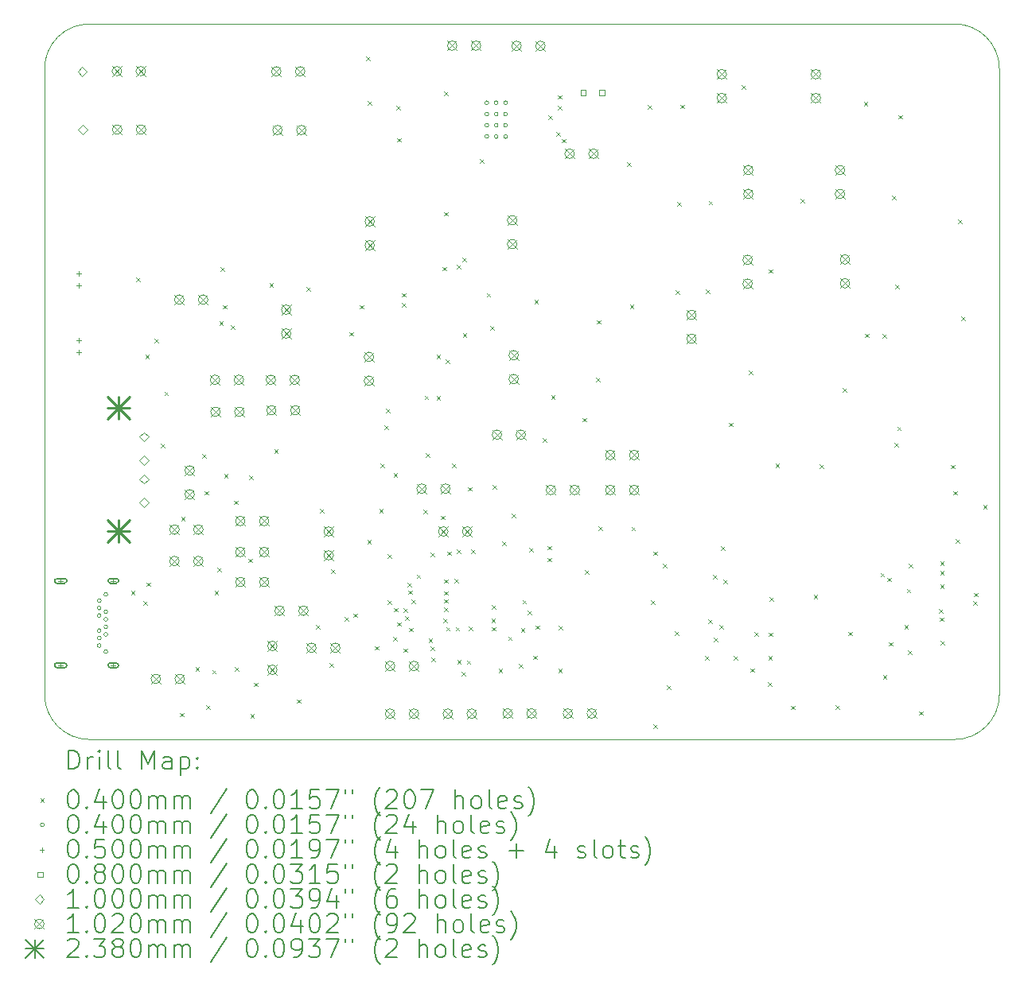
<source format=gbr>
%TF.GenerationSoftware,KiCad,Pcbnew,7.0.7*%
%TF.CreationDate,2024-11-27T13:26:34-08:00*%
%TF.ProjectId,OuterBoard_rev2.1,4f757465-7242-46f6-9172-645f72657632,rev?*%
%TF.SameCoordinates,Original*%
%TF.FileFunction,Drillmap*%
%TF.FilePolarity,Positive*%
%FSLAX45Y45*%
G04 Gerber Fmt 4.5, Leading zero omitted, Abs format (unit mm)*
G04 Created by KiCad (PCBNEW 7.0.7) date 2024-11-27 13:26:34*
%MOMM*%
%LPD*%
G01*
G04 APERTURE LIST*
%ADD10C,0.100000*%
%ADD11C,0.200000*%
%ADD12C,0.040000*%
%ADD13C,0.050000*%
%ADD14C,0.080000*%
%ADD15C,0.102000*%
%ADD16C,0.238000*%
G04 APERTURE END LIST*
D10*
X18272760Y-6497320D02*
G75*
G03*
X17795240Y-6019800I-477520J0D01*
G01*
X8112760Y-6497320D02*
X8112760Y-13162280D01*
X8590280Y-6019800D02*
X17795240Y-6019800D01*
X8590280Y-13639800D02*
X17795402Y-13639962D01*
X17795402Y-13639962D02*
G75*
G03*
X18272922Y-13162442I-2J477522D01*
G01*
X8590280Y-6019800D02*
G75*
G03*
X8112760Y-6497320I0J-477520D01*
G01*
X8112760Y-13162280D02*
G75*
G03*
X8590280Y-13639800I477520J0D01*
G01*
X18272922Y-13162442D02*
X18272760Y-6497320D01*
D11*
D12*
X9031790Y-12055160D02*
X9071790Y-12095160D01*
X9071790Y-12055160D02*
X9031790Y-12095160D01*
X9088440Y-8722680D02*
X9128440Y-8762680D01*
X9128440Y-8722680D02*
X9088440Y-8762680D01*
X9160373Y-12167699D02*
X9200373Y-12207699D01*
X9200373Y-12167699D02*
X9160373Y-12207699D01*
X9184960Y-9540560D02*
X9224960Y-9580560D01*
X9224960Y-9540560D02*
X9184960Y-9580560D01*
X9198430Y-11968181D02*
X9238430Y-12008181D01*
X9238430Y-11968181D02*
X9198430Y-12008181D01*
X9281480Y-9372920D02*
X9321480Y-9412920D01*
X9321480Y-9372920D02*
X9281480Y-9412920D01*
X9347520Y-10490520D02*
X9387520Y-10530520D01*
X9387520Y-10490520D02*
X9347520Y-10530520D01*
X9388160Y-9936800D02*
X9428160Y-9976800D01*
X9428160Y-9936800D02*
X9388160Y-9976800D01*
X9555800Y-13355640D02*
X9595800Y-13395640D01*
X9595800Y-13355640D02*
X9555800Y-13395640D01*
X9565960Y-11267760D02*
X9605960Y-11307760D01*
X9605960Y-11267760D02*
X9565960Y-11307760D01*
X9718360Y-12867960D02*
X9758360Y-12907960D01*
X9758360Y-12867960D02*
X9718360Y-12907960D01*
X9789480Y-10602280D02*
X9829480Y-10642280D01*
X9829480Y-10602280D02*
X9789480Y-10642280D01*
X9814880Y-10993440D02*
X9854880Y-11033440D01*
X9854880Y-10993440D02*
X9814880Y-11033440D01*
X9830120Y-13274360D02*
X9870120Y-13314360D01*
X9870120Y-13274360D02*
X9830120Y-13314360D01*
X9896160Y-12898440D02*
X9936160Y-12938440D01*
X9936160Y-12898440D02*
X9896160Y-12938440D01*
X9921560Y-12055160D02*
X9961560Y-12095160D01*
X9961560Y-12055160D02*
X9921560Y-12095160D01*
X9952040Y-11811320D02*
X9992040Y-11851320D01*
X9992040Y-11811320D02*
X9952040Y-11851320D01*
X9972360Y-9184960D02*
X10012360Y-9224960D01*
X10012360Y-9184960D02*
X9972360Y-9224960D01*
X9982520Y-8610920D02*
X10022520Y-8650920D01*
X10022520Y-8610920D02*
X9982520Y-8650920D01*
X10013000Y-9012240D02*
X10053000Y-9052240D01*
X10053000Y-9012240D02*
X10013000Y-9052240D01*
X10023160Y-10810560D02*
X10063160Y-10850560D01*
X10063160Y-10810560D02*
X10023160Y-10850560D01*
X10094280Y-9230680D02*
X10134280Y-9270680D01*
X10134280Y-9230680D02*
X10094280Y-9270680D01*
X10129840Y-11095040D02*
X10169840Y-11135040D01*
X10169840Y-11095040D02*
X10129840Y-11135040D01*
X10134920Y-12867960D02*
X10174920Y-12907960D01*
X10174920Y-12867960D02*
X10134920Y-12907960D01*
X10282240Y-11714800D02*
X10322240Y-11754800D01*
X10322240Y-11714800D02*
X10282240Y-11754800D01*
X10292400Y-10830880D02*
X10332400Y-10870880D01*
X10332400Y-10830880D02*
X10292400Y-10870880D01*
X10302560Y-13370880D02*
X10342560Y-13410880D01*
X10342560Y-13370880D02*
X10302560Y-13410880D01*
X10338120Y-13035600D02*
X10378120Y-13075600D01*
X10378120Y-13035600D02*
X10338120Y-13075600D01*
X10505760Y-8778560D02*
X10545760Y-8818560D01*
X10545760Y-8778560D02*
X10505760Y-8818560D01*
X10556560Y-10551480D02*
X10596560Y-10591480D01*
X10596560Y-10551480D02*
X10556560Y-10591480D01*
X10800400Y-13213400D02*
X10840400Y-13253400D01*
X10840400Y-13213400D02*
X10800400Y-13253400D01*
X10896920Y-8824280D02*
X10936920Y-8864280D01*
X10936920Y-8824280D02*
X10896920Y-8864280D01*
X11003600Y-12420920D02*
X11043600Y-12460920D01*
X11043600Y-12420920D02*
X11003600Y-12460920D01*
X11044240Y-11186480D02*
X11084240Y-11226480D01*
X11084240Y-11186480D02*
X11044240Y-11226480D01*
X11145840Y-12827320D02*
X11185840Y-12867320D01*
X11185840Y-12827320D02*
X11145840Y-12867320D01*
X11161080Y-11826560D02*
X11201080Y-11866560D01*
X11201080Y-11826560D02*
X11161080Y-11866560D01*
X11308400Y-12334560D02*
X11348400Y-12374560D01*
X11348400Y-12334560D02*
X11308400Y-12374560D01*
X11354120Y-9301800D02*
X11394120Y-9341800D01*
X11394120Y-9301800D02*
X11354120Y-9341800D01*
X11399840Y-12299000D02*
X11439840Y-12339000D01*
X11439840Y-12299000D02*
X11399840Y-12339000D01*
X11465880Y-9012240D02*
X11505880Y-9052240D01*
X11505880Y-9012240D02*
X11465880Y-9052240D01*
X11531920Y-6365560D02*
X11571920Y-6405560D01*
X11571920Y-6365560D02*
X11531920Y-6405560D01*
X11547160Y-11516680D02*
X11587160Y-11556680D01*
X11587160Y-11516680D02*
X11547160Y-11556680D01*
X11552240Y-6843080D02*
X11592240Y-6883080D01*
X11592240Y-6843080D02*
X11552240Y-6883080D01*
X11628440Y-12644440D02*
X11668440Y-12684440D01*
X11668440Y-12644440D02*
X11628440Y-12684440D01*
X11674160Y-11186480D02*
X11714160Y-11226480D01*
X11714160Y-11186480D02*
X11674160Y-11226480D01*
X11689400Y-10703880D02*
X11729400Y-10743880D01*
X11729400Y-10703880D02*
X11689400Y-10743880D01*
X11730040Y-10297480D02*
X11770040Y-10337480D01*
X11770040Y-10297480D02*
X11730040Y-10337480D01*
X11745280Y-10119680D02*
X11785280Y-10159680D01*
X11785280Y-10119680D02*
X11745280Y-10159680D01*
X11760520Y-11669080D02*
X11800520Y-11709080D01*
X11800520Y-11669080D02*
X11760520Y-11709080D01*
X11760520Y-12156760D02*
X11800520Y-12196760D01*
X11800520Y-12156760D02*
X11760520Y-12196760D01*
X11821480Y-12547920D02*
X11861480Y-12587920D01*
X11861480Y-12547920D02*
X11821480Y-12587920D01*
X11826560Y-10805480D02*
X11866560Y-10845480D01*
X11866560Y-10805480D02*
X11826560Y-10845480D01*
X11831640Y-12238040D02*
X11871640Y-12278040D01*
X11871640Y-12238040D02*
X11831640Y-12278040D01*
X11857040Y-6893880D02*
X11897040Y-6933880D01*
X11897040Y-6893880D02*
X11857040Y-6933880D01*
X11861930Y-12391050D02*
X11901930Y-12431050D01*
X11901930Y-12391050D02*
X11861930Y-12431050D01*
X11862120Y-7234240D02*
X11902120Y-7274240D01*
X11902120Y-7234240D02*
X11862120Y-7274240D01*
X11912920Y-8885240D02*
X11952920Y-8925240D01*
X11952920Y-8885240D02*
X11912920Y-8925240D01*
X11912920Y-8991920D02*
X11952920Y-9031920D01*
X11952920Y-8991920D02*
X11912920Y-9031920D01*
X11933240Y-12243120D02*
X11973240Y-12283120D01*
X11973240Y-12243120D02*
X11933240Y-12283120D01*
X11933240Y-12669840D02*
X11973240Y-12709840D01*
X11973240Y-12669840D02*
X11933240Y-12709840D01*
X11951402Y-12327599D02*
X11991402Y-12367599D01*
X11991402Y-12327599D02*
X11951402Y-12367599D01*
X11971448Y-11969354D02*
X12011448Y-12009354D01*
X12011448Y-11969354D02*
X11971448Y-12009354D01*
X11982910Y-12053770D02*
X12022910Y-12093770D01*
X12022910Y-12053770D02*
X11982910Y-12093770D01*
X11989120Y-12451400D02*
X12029120Y-12491400D01*
X12029120Y-12451400D02*
X11989120Y-12491400D01*
X12018981Y-12147219D02*
X12058981Y-12187219D01*
X12058981Y-12147219D02*
X12018981Y-12187219D01*
X12072290Y-11882440D02*
X12112290Y-11922440D01*
X12112290Y-11882440D02*
X12072290Y-11922440D01*
X12146600Y-11191560D02*
X12186600Y-11231560D01*
X12186600Y-11191560D02*
X12146600Y-11231560D01*
X12156760Y-9977440D02*
X12196760Y-10017440D01*
X12196760Y-9977440D02*
X12156760Y-10017440D01*
X12167640Y-10592120D02*
X12207640Y-10632120D01*
X12207640Y-10592120D02*
X12167640Y-10632120D01*
X12198019Y-12562390D02*
X12238019Y-12602390D01*
X12238019Y-12562390D02*
X12198019Y-12602390D01*
X12218157Y-11649197D02*
X12258157Y-11689197D01*
X12258157Y-11649197D02*
X12218157Y-11689197D01*
X12221044Y-12649935D02*
X12261044Y-12689935D01*
X12261044Y-12649935D02*
X12221044Y-12689935D01*
X12226115Y-12770365D02*
X12266115Y-12810365D01*
X12266115Y-12770365D02*
X12226115Y-12810365D01*
X12283550Y-9540560D02*
X12323550Y-9580560D01*
X12323550Y-9540560D02*
X12283550Y-9580560D01*
X12283550Y-9982520D02*
X12323550Y-10022520D01*
X12323550Y-9982520D02*
X12283550Y-10022520D01*
X12329480Y-11257600D02*
X12369480Y-11297600D01*
X12369480Y-11257600D02*
X12329480Y-11297600D01*
X12349800Y-8605840D02*
X12389800Y-8645840D01*
X12389800Y-8605840D02*
X12349800Y-8645840D01*
X12356126Y-12350206D02*
X12396126Y-12390206D01*
X12396126Y-12350206D02*
X12356126Y-12390206D01*
X12361540Y-12061410D02*
X12401540Y-12101410D01*
X12401540Y-12061410D02*
X12361540Y-12101410D01*
X12361540Y-12146600D02*
X12401540Y-12186600D01*
X12401540Y-12146600D02*
X12361540Y-12186600D01*
X12361540Y-12231790D02*
X12401540Y-12271790D01*
X12401540Y-12231790D02*
X12361540Y-12271790D01*
X12365040Y-6741480D02*
X12405040Y-6781480D01*
X12405040Y-6741480D02*
X12365040Y-6781480D01*
X12365040Y-8021600D02*
X12405040Y-8061600D01*
X12405040Y-8021600D02*
X12365040Y-8061600D01*
X12365040Y-11933240D02*
X12405040Y-11973240D01*
X12405040Y-11933240D02*
X12365040Y-11973240D01*
X12382694Y-9593274D02*
X12422694Y-9633274D01*
X12422694Y-9593274D02*
X12382694Y-9633274D01*
X12385360Y-12441240D02*
X12425360Y-12481240D01*
X12425360Y-12441240D02*
X12385360Y-12481240D01*
X12395520Y-11638600D02*
X12435520Y-11678600D01*
X12435520Y-11638600D02*
X12395520Y-11678600D01*
X12451400Y-10703880D02*
X12491400Y-10743880D01*
X12491400Y-10703880D02*
X12451400Y-10743880D01*
X12471720Y-11927640D02*
X12511720Y-11967640D01*
X12511720Y-11927640D02*
X12471720Y-11967640D01*
X12486960Y-12441240D02*
X12526960Y-12481240D01*
X12526960Y-12441240D02*
X12486960Y-12481240D01*
X12497120Y-8585520D02*
X12537120Y-8625520D01*
X12537120Y-8585520D02*
X12497120Y-8625520D01*
X12501927Y-11617315D02*
X12541927Y-11657315D01*
X12541927Y-11617315D02*
X12501927Y-11657315D01*
X12503774Y-12794197D02*
X12543774Y-12834197D01*
X12543774Y-12794197D02*
X12503774Y-12834197D01*
X12553000Y-12919530D02*
X12593000Y-12959530D01*
X12593000Y-12919530D02*
X12553000Y-12959530D01*
X12558080Y-8509320D02*
X12598080Y-8549320D01*
X12598080Y-8509320D02*
X12558080Y-8549320D01*
X12561592Y-9314702D02*
X12601592Y-9354702D01*
X12601592Y-9314702D02*
X12561592Y-9354702D01*
X12603950Y-12796840D02*
X12643950Y-12836840D01*
X12643950Y-12796840D02*
X12603950Y-12836840D01*
X12619040Y-10952800D02*
X12659040Y-10992800D01*
X12659040Y-10952800D02*
X12619040Y-10992800D01*
X12624706Y-12437020D02*
X12664706Y-12477020D01*
X12664706Y-12437020D02*
X12624706Y-12477020D01*
X12653470Y-11615867D02*
X12693470Y-11655867D01*
X12693470Y-11615867D02*
X12653470Y-11655867D01*
X12746040Y-7457760D02*
X12786040Y-7497760D01*
X12786040Y-7457760D02*
X12746040Y-7497760D01*
X12817160Y-8885240D02*
X12857160Y-8925240D01*
X12857160Y-8885240D02*
X12817160Y-8925240D01*
X12852720Y-9240040D02*
X12892720Y-9280040D01*
X12892720Y-9240040D02*
X12852720Y-9280040D01*
X12867190Y-12355554D02*
X12907190Y-12395554D01*
X12907190Y-12355554D02*
X12867190Y-12395554D01*
X12870970Y-12442210D02*
X12910970Y-12482210D01*
X12910970Y-12442210D02*
X12870970Y-12482210D01*
X12873040Y-12207560D02*
X12913040Y-12247560D01*
X12913040Y-12207560D02*
X12873040Y-12247560D01*
X12878120Y-10932480D02*
X12918120Y-10972480D01*
X12918120Y-10932480D02*
X12878120Y-10972480D01*
X12944160Y-12888280D02*
X12984160Y-12928280D01*
X12984160Y-12888280D02*
X12944160Y-12928280D01*
X12979910Y-11532110D02*
X13019910Y-11572110D01*
X13019910Y-11532110D02*
X12979910Y-11572110D01*
X13045760Y-12542840D02*
X13085760Y-12582840D01*
X13085760Y-12542840D02*
X13045760Y-12582840D01*
X13081320Y-11237280D02*
X13121320Y-11277280D01*
X13121320Y-11237280D02*
X13081320Y-11277280D01*
X13157520Y-12837480D02*
X13197520Y-12877480D01*
X13197520Y-12837480D02*
X13157520Y-12877480D01*
X13181030Y-12455637D02*
X13221030Y-12495637D01*
X13221030Y-12455637D02*
X13181030Y-12495637D01*
X13198160Y-12153730D02*
X13238160Y-12193730D01*
X13238160Y-12153730D02*
X13198160Y-12193730D01*
X13254040Y-12268310D02*
X13294040Y-12308310D01*
X13294040Y-12268310D02*
X13254040Y-12308310D01*
X13269899Y-11598579D02*
X13309899Y-11638579D01*
X13309899Y-11598579D02*
X13269899Y-11638579D01*
X13309920Y-12747930D02*
X13349920Y-12787930D01*
X13349920Y-12747930D02*
X13309920Y-12787930D01*
X13325160Y-8956360D02*
X13365160Y-8996360D01*
X13365160Y-8956360D02*
X13325160Y-8996360D01*
X13340400Y-12426000D02*
X13380400Y-12466000D01*
X13380400Y-12426000D02*
X13340400Y-12466000D01*
X13411520Y-10429560D02*
X13451520Y-10469560D01*
X13451520Y-10429560D02*
X13411520Y-10469560D01*
X13467400Y-11577640D02*
X13507400Y-11617640D01*
X13507400Y-11577640D02*
X13467400Y-11617640D01*
X13467400Y-11704430D02*
X13507400Y-11744430D01*
X13507400Y-11704430D02*
X13467400Y-11744430D01*
X13473250Y-6991170D02*
X13513250Y-7031170D01*
X13513250Y-6991170D02*
X13473250Y-7031170D01*
X13502960Y-9972360D02*
X13542960Y-10012360D01*
X13542960Y-9972360D02*
X13502960Y-10012360D01*
X13558840Y-7173280D02*
X13598840Y-7213280D01*
X13598840Y-7173280D02*
X13558840Y-7213280D01*
X13574080Y-6777040D02*
X13614080Y-6817040D01*
X13614080Y-6777040D02*
X13574080Y-6817040D01*
X13574080Y-6893880D02*
X13614080Y-6933880D01*
X13614080Y-6893880D02*
X13574080Y-6933880D01*
X13579160Y-12888280D02*
X13619160Y-12928280D01*
X13619160Y-12888280D02*
X13579160Y-12928280D01*
X13584240Y-12431080D02*
X13624240Y-12471080D01*
X13624240Y-12431080D02*
X13584240Y-12471080D01*
X13614720Y-7244400D02*
X13654720Y-7284400D01*
X13654720Y-7244400D02*
X13614720Y-7284400D01*
X13838240Y-10216200D02*
X13878240Y-10256200D01*
X13878240Y-10216200D02*
X13838240Y-10256200D01*
X13863640Y-11836720D02*
X13903640Y-11876720D01*
X13903640Y-11836720D02*
X13863640Y-11876720D01*
X13980480Y-9789480D02*
X14020480Y-9829480D01*
X14020480Y-9789480D02*
X13980480Y-9829480D01*
X13990640Y-9174800D02*
X14030640Y-9214800D01*
X14030640Y-9174800D02*
X13990640Y-9214800D01*
X14005880Y-11373350D02*
X14045880Y-11413350D01*
X14045880Y-11373350D02*
X14005880Y-11413350D01*
X14310680Y-7493320D02*
X14350680Y-7533320D01*
X14350680Y-7493320D02*
X14310680Y-7533320D01*
X14341160Y-9007160D02*
X14381160Y-9047160D01*
X14381160Y-9007160D02*
X14341160Y-9047160D01*
X14358225Y-11375080D02*
X14398225Y-11415080D01*
X14398225Y-11375080D02*
X14358225Y-11415080D01*
X14529120Y-6883720D02*
X14569120Y-6923720D01*
X14569120Y-6883720D02*
X14529120Y-6923720D01*
X14564680Y-12156710D02*
X14604680Y-12196710D01*
X14604680Y-12156710D02*
X14564680Y-12196710D01*
X14590080Y-11638600D02*
X14630080Y-11678600D01*
X14630080Y-11638600D02*
X14590080Y-11678600D01*
X14590080Y-13477560D02*
X14630080Y-13517560D01*
X14630080Y-13477560D02*
X14590080Y-13517560D01*
X14689140Y-11768140D02*
X14729140Y-11808140D01*
X14729140Y-11768140D02*
X14689140Y-11808140D01*
X14737400Y-13066080D02*
X14777400Y-13106080D01*
X14777400Y-13066080D02*
X14737400Y-13106080D01*
X14818680Y-12486960D02*
X14858680Y-12526960D01*
X14858680Y-12486960D02*
X14818680Y-12526960D01*
X14828840Y-8854760D02*
X14868840Y-8894760D01*
X14868840Y-8854760D02*
X14828840Y-8894760D01*
X14844080Y-7914960D02*
X14884080Y-7954960D01*
X14884080Y-7914960D02*
X14844080Y-7954960D01*
X14879640Y-6878640D02*
X14919640Y-6918640D01*
X14919640Y-6878640D02*
X14879640Y-6918640D01*
X15143800Y-12750910D02*
X15183800Y-12790910D01*
X15183800Y-12750910D02*
X15143800Y-12790910D01*
X15148880Y-8849680D02*
X15188880Y-8889680D01*
X15188880Y-8849680D02*
X15148880Y-8889680D01*
X15174280Y-12359960D02*
X15214280Y-12399960D01*
X15214280Y-12359960D02*
X15174280Y-12399960D01*
X15179360Y-7904800D02*
X15219360Y-7944800D01*
X15219360Y-7904800D02*
X15179360Y-7944800D01*
X15226995Y-11886906D02*
X15266995Y-11926906D01*
X15266995Y-11886906D02*
X15226995Y-11926906D01*
X15235240Y-12558080D02*
X15275240Y-12598080D01*
X15275240Y-12558080D02*
X15235240Y-12598080D01*
X15291120Y-12420920D02*
X15331120Y-12460920D01*
X15331120Y-12420920D02*
X15291120Y-12460920D01*
X15311440Y-11582720D02*
X15351440Y-11622720D01*
X15351440Y-11582720D02*
X15311440Y-11622720D01*
X15336840Y-11938320D02*
X15376840Y-11978320D01*
X15376840Y-11938320D02*
X15336840Y-11978320D01*
X15397800Y-10267000D02*
X15437800Y-10307000D01*
X15437800Y-10267000D02*
X15397800Y-10307000D01*
X15443520Y-12751120D02*
X15483520Y-12791120D01*
X15483520Y-12751120D02*
X15443520Y-12791120D01*
X15529880Y-6670360D02*
X15569880Y-6710360D01*
X15569880Y-6670360D02*
X15529880Y-6710360D01*
X15606080Y-9713280D02*
X15646080Y-9753280D01*
X15646080Y-9713280D02*
X15606080Y-9753280D01*
X15621320Y-12882430D02*
X15661320Y-12922430D01*
X15661320Y-12882430D02*
X15621320Y-12922430D01*
X15667040Y-12497890D02*
X15707040Y-12537890D01*
X15707040Y-12497890D02*
X15667040Y-12537890D01*
X15809280Y-13030520D02*
X15849280Y-13070520D01*
X15849280Y-13030520D02*
X15809280Y-13070520D01*
X15814360Y-12751120D02*
X15854360Y-12791120D01*
X15854360Y-12751120D02*
X15814360Y-12791120D01*
X15819440Y-8631240D02*
X15859440Y-8671240D01*
X15859440Y-8631240D02*
X15819440Y-8671240D01*
X15819440Y-12502200D02*
X15859440Y-12542200D01*
X15859440Y-12502200D02*
X15819440Y-12542200D01*
X15824520Y-12126280D02*
X15864520Y-12166280D01*
X15864520Y-12126280D02*
X15824520Y-12166280D01*
X15890560Y-10703880D02*
X15930560Y-10743880D01*
X15930560Y-10703880D02*
X15890560Y-10743880D01*
X16053120Y-13279440D02*
X16093120Y-13319440D01*
X16093120Y-13279440D02*
X16053120Y-13319440D01*
X16154720Y-7884480D02*
X16194720Y-7924480D01*
X16194720Y-7884480D02*
X16154720Y-7924480D01*
X16296960Y-12100880D02*
X16336960Y-12140880D01*
X16336960Y-12100880D02*
X16296960Y-12140880D01*
X16363000Y-10708960D02*
X16403000Y-10748960D01*
X16403000Y-10708960D02*
X16363000Y-10748960D01*
X16530640Y-13274360D02*
X16570640Y-13314360D01*
X16570640Y-13274360D02*
X16530640Y-13314360D01*
X16604300Y-9898700D02*
X16644300Y-9938700D01*
X16644300Y-9898700D02*
X16604300Y-9938700D01*
X16667800Y-12492040D02*
X16707800Y-12532040D01*
X16707800Y-12492040D02*
X16667800Y-12532040D01*
X16830360Y-6848160D02*
X16870360Y-6888160D01*
X16870360Y-6848160D02*
X16830360Y-6888160D01*
X16840520Y-9317040D02*
X16880520Y-9357040D01*
X16880520Y-9317040D02*
X16840520Y-9357040D01*
X17008160Y-11867200D02*
X17048160Y-11907200D01*
X17048160Y-11867200D02*
X17008160Y-11907200D01*
X17028480Y-9322120D02*
X17068480Y-9362120D01*
X17068480Y-9322120D02*
X17028480Y-9362120D01*
X17033560Y-12954320D02*
X17073560Y-12994320D01*
X17073560Y-12954320D02*
X17033560Y-12994320D01*
X17079280Y-11918000D02*
X17119280Y-11958000D01*
X17119280Y-11918000D02*
X17079280Y-11958000D01*
X17094520Y-12603800D02*
X17134520Y-12643800D01*
X17134520Y-12603800D02*
X17094520Y-12643800D01*
X17130080Y-7848920D02*
X17170080Y-7888920D01*
X17170080Y-7848920D02*
X17130080Y-7888920D01*
X17155480Y-10480570D02*
X17195480Y-10520570D01*
X17195480Y-10480570D02*
X17155480Y-10520570D01*
X17165640Y-8798880D02*
X17205640Y-8838880D01*
X17205640Y-8798880D02*
X17165640Y-8838880D01*
X17185960Y-10307640D02*
X17225960Y-10347640D01*
X17225960Y-10307640D02*
X17185960Y-10347640D01*
X17201200Y-6990400D02*
X17241200Y-7030400D01*
X17241200Y-6990400D02*
X17201200Y-7030400D01*
X17262160Y-12420920D02*
X17302160Y-12460920D01*
X17302160Y-12420920D02*
X17262160Y-12460920D01*
X17287560Y-12034840D02*
X17327560Y-12074840D01*
X17327560Y-12034840D02*
X17287560Y-12074840D01*
X17297720Y-12690160D02*
X17337720Y-12730160D01*
X17337720Y-12690160D02*
X17297720Y-12730160D01*
X17307880Y-11770890D02*
X17347880Y-11810890D01*
X17347880Y-11770890D02*
X17307880Y-11810890D01*
X17419640Y-13340400D02*
X17459640Y-13380400D01*
X17459640Y-13340400D02*
X17419640Y-13380400D01*
X17627920Y-12253280D02*
X17667920Y-12293280D01*
X17667920Y-12253280D02*
X17627920Y-12293280D01*
X17638080Y-12339640D02*
X17678080Y-12379640D01*
X17678080Y-12339640D02*
X17638080Y-12379640D01*
X17643160Y-11745280D02*
X17683160Y-11785280D01*
X17683160Y-11745280D02*
X17643160Y-11785280D01*
X17643160Y-11846880D02*
X17683160Y-11886880D01*
X17683160Y-11846880D02*
X17643160Y-11886880D01*
X17643160Y-11989120D02*
X17683160Y-12029120D01*
X17683160Y-11989120D02*
X17643160Y-12029120D01*
X17648240Y-12588560D02*
X17688240Y-12628560D01*
X17688240Y-12588560D02*
X17648240Y-12628560D01*
X17760000Y-10714250D02*
X17800000Y-10754250D01*
X17800000Y-10714250D02*
X17760000Y-10754250D01*
X17780320Y-10993440D02*
X17820320Y-11033440D01*
X17820320Y-10993440D02*
X17780320Y-11033440D01*
X17805720Y-11506520D02*
X17845720Y-11546520D01*
X17845720Y-11506520D02*
X17805720Y-11546520D01*
X17831120Y-8102920D02*
X17871120Y-8142920D01*
X17871120Y-8102920D02*
X17831120Y-8142920D01*
X17866680Y-9134160D02*
X17906680Y-9174160D01*
X17906680Y-9134160D02*
X17866680Y-9174160D01*
X17993148Y-12164881D02*
X18033148Y-12204881D01*
X18033148Y-12164881D02*
X17993148Y-12204881D01*
X18001290Y-12078010D02*
X18041290Y-12118010D01*
X18041290Y-12078010D02*
X18001290Y-12118010D01*
X18100570Y-11140760D02*
X18140570Y-11180760D01*
X18140570Y-11140760D02*
X18100570Y-11180760D01*
X8714170Y-12160280D02*
G75*
G03*
X8714170Y-12160280I-20000J0D01*
G01*
X8714170Y-12240280D02*
G75*
G03*
X8714170Y-12240280I-20000J0D01*
G01*
X8714170Y-12320280D02*
G75*
G03*
X8714170Y-12320280I-20000J0D01*
G01*
X8714170Y-12480280D02*
G75*
G03*
X8714170Y-12480280I-20000J0D01*
G01*
X8714170Y-12560280D02*
G75*
G03*
X8714170Y-12560280I-20000J0D01*
G01*
X8714170Y-12640280D02*
G75*
G03*
X8714170Y-12640280I-20000J0D01*
G01*
X8784170Y-12095280D02*
G75*
G03*
X8784170Y-12095280I-20000J0D01*
G01*
X8784170Y-12280280D02*
G75*
G03*
X8784170Y-12280280I-20000J0D01*
G01*
X8784170Y-12360280D02*
G75*
G03*
X8784170Y-12360280I-20000J0D01*
G01*
X8784170Y-12440280D02*
G75*
G03*
X8784170Y-12440280I-20000J0D01*
G01*
X8784170Y-12520280D02*
G75*
G03*
X8784170Y-12520280I-20000J0D01*
G01*
X8784170Y-12705280D02*
G75*
G03*
X8784170Y-12705280I-20000J0D01*
G01*
X12838000Y-6858860D02*
G75*
G03*
X12838000Y-6858860I-20000J0D01*
G01*
X12838000Y-6978860D02*
G75*
G03*
X12838000Y-6978860I-20000J0D01*
G01*
X12838000Y-7098860D02*
G75*
G03*
X12838000Y-7098860I-20000J0D01*
G01*
X12838000Y-7218860D02*
G75*
G03*
X12838000Y-7218860I-20000J0D01*
G01*
X12938000Y-6858860D02*
G75*
G03*
X12938000Y-6858860I-20000J0D01*
G01*
X12938000Y-6978860D02*
G75*
G03*
X12938000Y-6978860I-20000J0D01*
G01*
X12938000Y-7098860D02*
G75*
G03*
X12938000Y-7098860I-20000J0D01*
G01*
X12938000Y-7218860D02*
G75*
G03*
X12938000Y-7218860I-20000J0D01*
G01*
X13038000Y-6858860D02*
G75*
G03*
X13038000Y-6858860I-20000J0D01*
G01*
X13038000Y-6978860D02*
G75*
G03*
X13038000Y-6978860I-20000J0D01*
G01*
X13038000Y-7098860D02*
G75*
G03*
X13038000Y-7098860I-20000J0D01*
G01*
X13038000Y-7218860D02*
G75*
G03*
X13038000Y-7218860I-20000J0D01*
G01*
D13*
X8284170Y-11925280D02*
X8284170Y-11975280D01*
X8259170Y-11950280D02*
X8309170Y-11950280D01*
D11*
X8324170Y-11925280D02*
X8244170Y-11925280D01*
X8244170Y-11925280D02*
G75*
G03*
X8244170Y-11975280I0J-25000D01*
G01*
X8244170Y-11975280D02*
X8324170Y-11975280D01*
X8324170Y-11975280D02*
G75*
G03*
X8324170Y-11925280I0J25000D01*
G01*
D13*
X8284170Y-12825280D02*
X8284170Y-12875280D01*
X8259170Y-12850280D02*
X8309170Y-12850280D01*
D11*
X8324170Y-12825280D02*
X8244170Y-12825280D01*
X8244170Y-12825280D02*
G75*
G03*
X8244170Y-12875280I0J-25000D01*
G01*
X8244170Y-12875280D02*
X8324170Y-12875280D01*
X8324170Y-12875280D02*
G75*
G03*
X8324170Y-12825280I0J25000D01*
G01*
D13*
X8478520Y-8655180D02*
X8478520Y-8705180D01*
X8453520Y-8680180D02*
X8503520Y-8680180D01*
X8478520Y-8780180D02*
X8478520Y-8830180D01*
X8453520Y-8805180D02*
X8503520Y-8805180D01*
X8479240Y-9366380D02*
X8479240Y-9416380D01*
X8454240Y-9391380D02*
X8504240Y-9391380D01*
X8479240Y-9491380D02*
X8479240Y-9541380D01*
X8454240Y-9516380D02*
X8504240Y-9516380D01*
X8844170Y-11925280D02*
X8844170Y-11975280D01*
X8819170Y-11950280D02*
X8869170Y-11950280D01*
D11*
X8874170Y-11925280D02*
X8814170Y-11925280D01*
X8814170Y-11925280D02*
G75*
G03*
X8814170Y-11975280I0J-25000D01*
G01*
X8814170Y-11975280D02*
X8874170Y-11975280D01*
X8874170Y-11975280D02*
G75*
G03*
X8874170Y-11925280I0J25000D01*
G01*
D13*
X8844170Y-12825280D02*
X8844170Y-12875280D01*
X8819170Y-12850280D02*
X8869170Y-12850280D01*
D11*
X8874170Y-12825280D02*
X8814170Y-12825280D01*
X8814170Y-12825280D02*
G75*
G03*
X8814170Y-12875280I0J-25000D01*
G01*
X8814170Y-12875280D02*
X8874170Y-12875280D01*
X8874170Y-12875280D02*
G75*
G03*
X8874170Y-12825280I0J25000D01*
G01*
D14*
X13871944Y-6782144D02*
X13871944Y-6725575D01*
X13815375Y-6725575D01*
X13815375Y-6782144D01*
X13871944Y-6782144D01*
X14071944Y-6782144D02*
X14071944Y-6725575D01*
X14015375Y-6725575D01*
X14015375Y-6782144D01*
X14071944Y-6782144D01*
D10*
X8514080Y-6574400D02*
X8564080Y-6524400D01*
X8514080Y-6474400D01*
X8464080Y-6524400D01*
X8514080Y-6574400D01*
X8516620Y-7195020D02*
X8566620Y-7145020D01*
X8516620Y-7095020D01*
X8466620Y-7145020D01*
X8516620Y-7195020D01*
X9172610Y-10466755D02*
X9222610Y-10416755D01*
X9172610Y-10366755D01*
X9122610Y-10416755D01*
X9172610Y-10466755D01*
X9172610Y-10716755D02*
X9222610Y-10666755D01*
X9172610Y-10616755D01*
X9122610Y-10666755D01*
X9172610Y-10716755D01*
X9172610Y-10916755D02*
X9222610Y-10866755D01*
X9172610Y-10816755D01*
X9122610Y-10866755D01*
X9172610Y-10916755D01*
X9172610Y-11166755D02*
X9222610Y-11116755D01*
X9172610Y-11066755D01*
X9122610Y-11116755D01*
X9172610Y-11166755D01*
D15*
X8831380Y-6471720D02*
X8933380Y-6573720D01*
X8933380Y-6471720D02*
X8831380Y-6573720D01*
X8933380Y-6522720D02*
G75*
G03*
X8933380Y-6522720I-51000J0D01*
G01*
X8833920Y-7094020D02*
X8935920Y-7196020D01*
X8935920Y-7094020D02*
X8833920Y-7196020D01*
X8935920Y-7145020D02*
G75*
G03*
X8935920Y-7145020I-51000J0D01*
G01*
X9085380Y-6471720D02*
X9187380Y-6573720D01*
X9187380Y-6471720D02*
X9085380Y-6573720D01*
X9187380Y-6522720D02*
G75*
G03*
X9187380Y-6522720I-51000J0D01*
G01*
X9087920Y-7094020D02*
X9189920Y-7196020D01*
X9189920Y-7094020D02*
X9087920Y-7196020D01*
X9189920Y-7145020D02*
G75*
G03*
X9189920Y-7145020I-51000J0D01*
G01*
X9245400Y-12943640D02*
X9347400Y-13045640D01*
X9347400Y-12943640D02*
X9245400Y-13045640D01*
X9347400Y-12994640D02*
G75*
G03*
X9347400Y-12994640I-51000J0D01*
G01*
X9443520Y-11353600D02*
X9545520Y-11455600D01*
X9545520Y-11353600D02*
X9443520Y-11455600D01*
X9545520Y-11404600D02*
G75*
G03*
X9545520Y-11404600I-51000J0D01*
G01*
X9443520Y-11688880D02*
X9545520Y-11790880D01*
X9545520Y-11688880D02*
X9443520Y-11790880D01*
X9545520Y-11739880D02*
G75*
G03*
X9545520Y-11739880I-51000J0D01*
G01*
X9494320Y-8905040D02*
X9596320Y-9007040D01*
X9596320Y-8905040D02*
X9494320Y-9007040D01*
X9596320Y-8956040D02*
G75*
G03*
X9596320Y-8956040I-51000J0D01*
G01*
X9499400Y-12943640D02*
X9601400Y-13045640D01*
X9601400Y-12943640D02*
X9499400Y-13045640D01*
X9601400Y-12994640D02*
G75*
G03*
X9601400Y-12994640I-51000J0D01*
G01*
X9606080Y-10724830D02*
X9708080Y-10826830D01*
X9708080Y-10724830D02*
X9606080Y-10826830D01*
X9708080Y-10775830D02*
G75*
G03*
X9708080Y-10775830I-51000J0D01*
G01*
X9606080Y-10978830D02*
X9708080Y-11080830D01*
X9708080Y-10978830D02*
X9606080Y-11080830D01*
X9708080Y-11029830D02*
G75*
G03*
X9708080Y-11029830I-51000J0D01*
G01*
X9697520Y-11353600D02*
X9799520Y-11455600D01*
X9799520Y-11353600D02*
X9697520Y-11455600D01*
X9799520Y-11404600D02*
G75*
G03*
X9799520Y-11404600I-51000J0D01*
G01*
X9697520Y-11688880D02*
X9799520Y-11790880D01*
X9799520Y-11688880D02*
X9697520Y-11790880D01*
X9799520Y-11739880D02*
G75*
G03*
X9799520Y-11739880I-51000J0D01*
G01*
X9748320Y-8905040D02*
X9850320Y-9007040D01*
X9850320Y-8905040D02*
X9748320Y-9007040D01*
X9850320Y-8956040D02*
G75*
G03*
X9850320Y-8956040I-51000J0D01*
G01*
X9875320Y-9758480D02*
X9977320Y-9860480D01*
X9977320Y-9758480D02*
X9875320Y-9860480D01*
X9977320Y-9809480D02*
G75*
G03*
X9977320Y-9809480I-51000J0D01*
G01*
X9880400Y-10098840D02*
X9982400Y-10200840D01*
X9982400Y-10098840D02*
X9880400Y-10200840D01*
X9982400Y-10149840D02*
G75*
G03*
X9982400Y-10149840I-51000J0D01*
G01*
X10129320Y-9758480D02*
X10231320Y-9860480D01*
X10231320Y-9758480D02*
X10129320Y-9860480D01*
X10231320Y-9809480D02*
G75*
G03*
X10231320Y-9809480I-51000J0D01*
G01*
X10134400Y-10098840D02*
X10236400Y-10200840D01*
X10236400Y-10098840D02*
X10134400Y-10200840D01*
X10236400Y-10149840D02*
G75*
G03*
X10236400Y-10149840I-51000J0D01*
G01*
X10144560Y-11262160D02*
X10246560Y-11364160D01*
X10246560Y-11262160D02*
X10144560Y-11364160D01*
X10246560Y-11313160D02*
G75*
G03*
X10246560Y-11313160I-51000J0D01*
G01*
X10144560Y-11592360D02*
X10246560Y-11694360D01*
X10246560Y-11592360D02*
X10144560Y-11694360D01*
X10246560Y-11643360D02*
G75*
G03*
X10246560Y-11643360I-51000J0D01*
G01*
X10144560Y-11912400D02*
X10246560Y-12014400D01*
X10246560Y-11912400D02*
X10144560Y-12014400D01*
X10246560Y-11963400D02*
G75*
G03*
X10246560Y-11963400I-51000J0D01*
G01*
X10398560Y-11262160D02*
X10500560Y-11364160D01*
X10500560Y-11262160D02*
X10398560Y-11364160D01*
X10500560Y-11313160D02*
G75*
G03*
X10500560Y-11313160I-51000J0D01*
G01*
X10398560Y-11592360D02*
X10500560Y-11694360D01*
X10500560Y-11592360D02*
X10398560Y-11694360D01*
X10500560Y-11643360D02*
G75*
G03*
X10500560Y-11643360I-51000J0D01*
G01*
X10398560Y-11912400D02*
X10500560Y-12014400D01*
X10500560Y-11912400D02*
X10398560Y-12014400D01*
X10500560Y-11963400D02*
G75*
G03*
X10500560Y-11963400I-51000J0D01*
G01*
X10469680Y-9758480D02*
X10571680Y-9860480D01*
X10571680Y-9758480D02*
X10469680Y-9860480D01*
X10571680Y-9809480D02*
G75*
G03*
X10571680Y-9809480I-51000J0D01*
G01*
X10474760Y-10083600D02*
X10576760Y-10185600D01*
X10576760Y-10083600D02*
X10474760Y-10185600D01*
X10576760Y-10134600D02*
G75*
G03*
X10576760Y-10134600I-51000J0D01*
G01*
X10484920Y-12593120D02*
X10586920Y-12695120D01*
X10586920Y-12593120D02*
X10484920Y-12695120D01*
X10586920Y-12644120D02*
G75*
G03*
X10586920Y-12644120I-51000J0D01*
G01*
X10484920Y-12847120D02*
X10586920Y-12949120D01*
X10586920Y-12847120D02*
X10484920Y-12949120D01*
X10586920Y-12898120D02*
G75*
G03*
X10586920Y-12898120I-51000J0D01*
G01*
X10526950Y-6474260D02*
X10628950Y-6576260D01*
X10628950Y-6474260D02*
X10526950Y-6576260D01*
X10628950Y-6525260D02*
G75*
G03*
X10628950Y-6525260I-51000J0D01*
G01*
X10539410Y-7099100D02*
X10641410Y-7201100D01*
X10641410Y-7099100D02*
X10539410Y-7201100D01*
X10641410Y-7150100D02*
G75*
G03*
X10641410Y-7150100I-51000J0D01*
G01*
X10562270Y-12217200D02*
X10664270Y-12319200D01*
X10664270Y-12217200D02*
X10562270Y-12319200D01*
X10664270Y-12268200D02*
G75*
G03*
X10664270Y-12268200I-51000J0D01*
G01*
X10632240Y-9011720D02*
X10734240Y-9113720D01*
X10734240Y-9011720D02*
X10632240Y-9113720D01*
X10734240Y-9062720D02*
G75*
G03*
X10734240Y-9062720I-51000J0D01*
G01*
X10632240Y-9265720D02*
X10734240Y-9367720D01*
X10734240Y-9265720D02*
X10632240Y-9367720D01*
X10734240Y-9316720D02*
G75*
G03*
X10734240Y-9316720I-51000J0D01*
G01*
X10723680Y-9758480D02*
X10825680Y-9860480D01*
X10825680Y-9758480D02*
X10723680Y-9860480D01*
X10825680Y-9809480D02*
G75*
G03*
X10825680Y-9809480I-51000J0D01*
G01*
X10728760Y-10083600D02*
X10830760Y-10185600D01*
X10830760Y-10083600D02*
X10728760Y-10185600D01*
X10830760Y-10134600D02*
G75*
G03*
X10830760Y-10134600I-51000J0D01*
G01*
X10780950Y-6474260D02*
X10882950Y-6576260D01*
X10882950Y-6474260D02*
X10780950Y-6576260D01*
X10882950Y-6525260D02*
G75*
G03*
X10882950Y-6525260I-51000J0D01*
G01*
X10793410Y-7099100D02*
X10895410Y-7201100D01*
X10895410Y-7099100D02*
X10793410Y-7201100D01*
X10895410Y-7150100D02*
G75*
G03*
X10895410Y-7150100I-51000J0D01*
G01*
X10816270Y-12217200D02*
X10918270Y-12319200D01*
X10918270Y-12217200D02*
X10816270Y-12319200D01*
X10918270Y-12268200D02*
G75*
G03*
X10918270Y-12268200I-51000J0D01*
G01*
X10901480Y-12613440D02*
X11003480Y-12715440D01*
X11003480Y-12613440D02*
X10901480Y-12715440D01*
X11003480Y-12664440D02*
G75*
G03*
X11003480Y-12664440I-51000J0D01*
G01*
X11084360Y-11373920D02*
X11186360Y-11475920D01*
X11186360Y-11373920D02*
X11084360Y-11475920D01*
X11186360Y-11424920D02*
G75*
G03*
X11186360Y-11424920I-51000J0D01*
G01*
X11084360Y-11627920D02*
X11186360Y-11729920D01*
X11186360Y-11627920D02*
X11084360Y-11729920D01*
X11186360Y-11678920D02*
G75*
G03*
X11186360Y-11678920I-51000J0D01*
G01*
X11155480Y-12613440D02*
X11257480Y-12715440D01*
X11257480Y-12613440D02*
X11155480Y-12715440D01*
X11257480Y-12664440D02*
G75*
G03*
X11257480Y-12664440I-51000J0D01*
G01*
X11513620Y-9514640D02*
X11615620Y-9616640D01*
X11615620Y-9514640D02*
X11513620Y-9616640D01*
X11615620Y-9565640D02*
G75*
G03*
X11615620Y-9565640I-51000J0D01*
G01*
X11513620Y-9768640D02*
X11615620Y-9870640D01*
X11615620Y-9768640D02*
X11513620Y-9870640D01*
X11615620Y-9819640D02*
G75*
G03*
X11615620Y-9819640I-51000J0D01*
G01*
X11521240Y-8071920D02*
X11623240Y-8173920D01*
X11623240Y-8071920D02*
X11521240Y-8173920D01*
X11623240Y-8122920D02*
G75*
G03*
X11623240Y-8122920I-51000J0D01*
G01*
X11521240Y-8325920D02*
X11623240Y-8427920D01*
X11623240Y-8325920D02*
X11521240Y-8427920D01*
X11623240Y-8376920D02*
G75*
G03*
X11623240Y-8376920I-51000J0D01*
G01*
X11737140Y-12806480D02*
X11839140Y-12908480D01*
X11839140Y-12806480D02*
X11737140Y-12908480D01*
X11839140Y-12857480D02*
G75*
G03*
X11839140Y-12857480I-51000J0D01*
G01*
X11737140Y-13314480D02*
X11839140Y-13416480D01*
X11839140Y-13314480D02*
X11737140Y-13416480D01*
X11839140Y-13365480D02*
G75*
G03*
X11839140Y-13365480I-51000J0D01*
G01*
X11991140Y-12806480D02*
X12093140Y-12908480D01*
X12093140Y-12806480D02*
X11991140Y-12908480D01*
X12093140Y-12857480D02*
G75*
G03*
X12093140Y-12857480I-51000J0D01*
G01*
X11991140Y-13314480D02*
X12093140Y-13416480D01*
X12093140Y-13314480D02*
X11991140Y-13416480D01*
X12093140Y-13365480D02*
G75*
G03*
X12093140Y-13365480I-51000J0D01*
G01*
X12072420Y-10917740D02*
X12174420Y-11019740D01*
X12174420Y-10917740D02*
X12072420Y-11019740D01*
X12174420Y-10968740D02*
G75*
G03*
X12174420Y-10968740I-51000J0D01*
G01*
X12304710Y-11373920D02*
X12406710Y-11475920D01*
X12406710Y-11373920D02*
X12304710Y-11475920D01*
X12406710Y-11424920D02*
G75*
G03*
X12406710Y-11424920I-51000J0D01*
G01*
X12326420Y-10917740D02*
X12428420Y-11019740D01*
X12428420Y-10917740D02*
X12326420Y-11019740D01*
X12428420Y-10968740D02*
G75*
G03*
X12428420Y-10968740I-51000J0D01*
G01*
X12351820Y-13314480D02*
X12453820Y-13416480D01*
X12453820Y-13314480D02*
X12351820Y-13416480D01*
X12453820Y-13365480D02*
G75*
G03*
X12453820Y-13365480I-51000J0D01*
G01*
X12398690Y-6199940D02*
X12500690Y-6301940D01*
X12500690Y-6199940D02*
X12398690Y-6301940D01*
X12500690Y-6250940D02*
G75*
G03*
X12500690Y-6250940I-51000J0D01*
G01*
X12558710Y-11373920D02*
X12660710Y-11475920D01*
X12660710Y-11373920D02*
X12558710Y-11475920D01*
X12660710Y-11424920D02*
G75*
G03*
X12660710Y-11424920I-51000J0D01*
G01*
X12605820Y-13314480D02*
X12707820Y-13416480D01*
X12707820Y-13314480D02*
X12605820Y-13416480D01*
X12707820Y-13365480D02*
G75*
G03*
X12707820Y-13365480I-51000J0D01*
G01*
X12652690Y-6199940D02*
X12754690Y-6301940D01*
X12754690Y-6199940D02*
X12652690Y-6301940D01*
X12754690Y-6250940D02*
G75*
G03*
X12754690Y-6250940I-51000J0D01*
G01*
X12875060Y-10342680D02*
X12977060Y-10444680D01*
X12977060Y-10342680D02*
X12875060Y-10444680D01*
X12977060Y-10393680D02*
G75*
G03*
X12977060Y-10393680I-51000J0D01*
G01*
X12989360Y-13311940D02*
X13091360Y-13413940D01*
X13091360Y-13311940D02*
X12989360Y-13413940D01*
X13091360Y-13362940D02*
G75*
G03*
X13091360Y-13362940I-51000J0D01*
G01*
X13037620Y-8059220D02*
X13139620Y-8161220D01*
X13139620Y-8059220D02*
X13037620Y-8161220D01*
X13139620Y-8110220D02*
G75*
G03*
X13139620Y-8110220I-51000J0D01*
G01*
X13037620Y-8313220D02*
X13139620Y-8415220D01*
X13139620Y-8313220D02*
X13037620Y-8415220D01*
X13139620Y-8364220D02*
G75*
G03*
X13139620Y-8364220I-51000J0D01*
G01*
X13052860Y-9496860D02*
X13154860Y-9598860D01*
X13154860Y-9496860D02*
X13052860Y-9598860D01*
X13154860Y-9547860D02*
G75*
G03*
X13154860Y-9547860I-51000J0D01*
G01*
X13052860Y-9750860D02*
X13154860Y-9852860D01*
X13154860Y-9750860D02*
X13052860Y-9852860D01*
X13154860Y-9801860D02*
G75*
G03*
X13154860Y-9801860I-51000J0D01*
G01*
X13083340Y-6202480D02*
X13185340Y-6304480D01*
X13185340Y-6202480D02*
X13083340Y-6304480D01*
X13185340Y-6253480D02*
G75*
G03*
X13185340Y-6253480I-51000J0D01*
G01*
X13129060Y-10342680D02*
X13231060Y-10444680D01*
X13231060Y-10342680D02*
X13129060Y-10444680D01*
X13231060Y-10393680D02*
G75*
G03*
X13231060Y-10393680I-51000J0D01*
G01*
X13243360Y-13311940D02*
X13345360Y-13413940D01*
X13345360Y-13311940D02*
X13243360Y-13413940D01*
X13345360Y-13362940D02*
G75*
G03*
X13345360Y-13362940I-51000J0D01*
G01*
X13337340Y-6202480D02*
X13439340Y-6304480D01*
X13439340Y-6202480D02*
X13337340Y-6304480D01*
X13439340Y-6253480D02*
G75*
G03*
X13439340Y-6253480I-51000J0D01*
G01*
X13449100Y-10931960D02*
X13551100Y-11033960D01*
X13551100Y-10931960D02*
X13449100Y-11033960D01*
X13551100Y-10982960D02*
G75*
G03*
X13551100Y-10982960I-51000J0D01*
G01*
X13629440Y-13311940D02*
X13731440Y-13413940D01*
X13731440Y-13311940D02*
X13629440Y-13413940D01*
X13731440Y-13362940D02*
G75*
G03*
X13731440Y-13362940I-51000J0D01*
G01*
X13648610Y-7350560D02*
X13750610Y-7452560D01*
X13750610Y-7350560D02*
X13648610Y-7452560D01*
X13750610Y-7401560D02*
G75*
G03*
X13750610Y-7401560I-51000J0D01*
G01*
X13703100Y-10931960D02*
X13805100Y-11033960D01*
X13805100Y-10931960D02*
X13703100Y-11033960D01*
X13805100Y-10982960D02*
G75*
G03*
X13805100Y-10982960I-51000J0D01*
G01*
X13883440Y-13311940D02*
X13985440Y-13413940D01*
X13985440Y-13311940D02*
X13883440Y-13413940D01*
X13985440Y-13362940D02*
G75*
G03*
X13985440Y-13362940I-51000J0D01*
G01*
X13902610Y-7350560D02*
X14004610Y-7452560D01*
X14004610Y-7350560D02*
X13902610Y-7452560D01*
X14004610Y-7401560D02*
G75*
G03*
X14004610Y-7401560I-51000J0D01*
G01*
X14081560Y-10558580D02*
X14183560Y-10660580D01*
X14183560Y-10558580D02*
X14081560Y-10660580D01*
X14183560Y-10609580D02*
G75*
G03*
X14183560Y-10609580I-51000J0D01*
G01*
X14081560Y-10931960D02*
X14183560Y-11033960D01*
X14183560Y-10931960D02*
X14081560Y-11033960D01*
X14183560Y-10982960D02*
G75*
G03*
X14183560Y-10982960I-51000J0D01*
G01*
X14335560Y-10558580D02*
X14437560Y-10660580D01*
X14437560Y-10558580D02*
X14335560Y-10660580D01*
X14437560Y-10609580D02*
G75*
G03*
X14437560Y-10609580I-51000J0D01*
G01*
X14335560Y-10931960D02*
X14437560Y-11033960D01*
X14437560Y-10931960D02*
X14335560Y-11033960D01*
X14437560Y-10982960D02*
G75*
G03*
X14437560Y-10982960I-51000J0D01*
G01*
X14945160Y-9067600D02*
X15047160Y-9169600D01*
X15047160Y-9067600D02*
X14945160Y-9169600D01*
X15047160Y-9118600D02*
G75*
G03*
X15047160Y-9118600I-51000J0D01*
G01*
X14945160Y-9321600D02*
X15047160Y-9423600D01*
X15047160Y-9321600D02*
X14945160Y-9423600D01*
X15047160Y-9372600D02*
G75*
G03*
X15047160Y-9372600I-51000J0D01*
G01*
X15267740Y-6504550D02*
X15369740Y-6606550D01*
X15369740Y-6504550D02*
X15267740Y-6606550D01*
X15369740Y-6555550D02*
G75*
G03*
X15369740Y-6555550I-51000J0D01*
G01*
X15267740Y-6758550D02*
X15369740Y-6860550D01*
X15369740Y-6758550D02*
X15267740Y-6860550D01*
X15369740Y-6809550D02*
G75*
G03*
X15369740Y-6809550I-51000J0D01*
G01*
X15542060Y-8480670D02*
X15644060Y-8582670D01*
X15644060Y-8480670D02*
X15542060Y-8582670D01*
X15644060Y-8531670D02*
G75*
G03*
X15644060Y-8531670I-51000J0D01*
G01*
X15542060Y-8734670D02*
X15644060Y-8836670D01*
X15644060Y-8734670D02*
X15542060Y-8836670D01*
X15644060Y-8785670D02*
G75*
G03*
X15644060Y-8785670I-51000J0D01*
G01*
X15549680Y-7525630D02*
X15651680Y-7627630D01*
X15651680Y-7525630D02*
X15549680Y-7627630D01*
X15651680Y-7576630D02*
G75*
G03*
X15651680Y-7576630I-51000J0D01*
G01*
X15549680Y-7779630D02*
X15651680Y-7881630D01*
X15651680Y-7779630D02*
X15549680Y-7881630D01*
X15651680Y-7830630D02*
G75*
G03*
X15651680Y-7830630I-51000J0D01*
G01*
X16268500Y-6504550D02*
X16370500Y-6606550D01*
X16370500Y-6504550D02*
X16268500Y-6606550D01*
X16370500Y-6555550D02*
G75*
G03*
X16370500Y-6555550I-51000J0D01*
G01*
X16268500Y-6758550D02*
X16370500Y-6860550D01*
X16370500Y-6758550D02*
X16268500Y-6860550D01*
X16370500Y-6809550D02*
G75*
G03*
X16370500Y-6809550I-51000J0D01*
G01*
X16525040Y-7525630D02*
X16627040Y-7627630D01*
X16627040Y-7525630D02*
X16525040Y-7627630D01*
X16627040Y-7576630D02*
G75*
G03*
X16627040Y-7576630I-51000J0D01*
G01*
X16525040Y-7779630D02*
X16627040Y-7881630D01*
X16627040Y-7779630D02*
X16525040Y-7881630D01*
X16627040Y-7830630D02*
G75*
G03*
X16627040Y-7830630I-51000J0D01*
G01*
X16578380Y-8475590D02*
X16680380Y-8577590D01*
X16680380Y-8475590D02*
X16578380Y-8577590D01*
X16680380Y-8526590D02*
G75*
G03*
X16680380Y-8526590I-51000J0D01*
G01*
X16578380Y-8729590D02*
X16680380Y-8831590D01*
X16680380Y-8729590D02*
X16578380Y-8831590D01*
X16680380Y-8780590D02*
G75*
G03*
X16680380Y-8780590I-51000J0D01*
G01*
D16*
X8782610Y-9990755D02*
X9020610Y-10228755D01*
X9020610Y-9990755D02*
X8782610Y-10228755D01*
X8901610Y-9990755D02*
X8901610Y-10228755D01*
X8782610Y-10109755D02*
X9020610Y-10109755D01*
X8782610Y-11304755D02*
X9020610Y-11542755D01*
X9020610Y-11304755D02*
X8782610Y-11542755D01*
X8901610Y-11304755D02*
X8901610Y-11542755D01*
X8782610Y-11423755D02*
X9020610Y-11423755D01*
D11*
X8368537Y-13956446D02*
X8368537Y-13756446D01*
X8368537Y-13756446D02*
X8416156Y-13756446D01*
X8416156Y-13756446D02*
X8444727Y-13765970D01*
X8444727Y-13765970D02*
X8463775Y-13785018D01*
X8463775Y-13785018D02*
X8473299Y-13804065D01*
X8473299Y-13804065D02*
X8482823Y-13842160D01*
X8482823Y-13842160D02*
X8482823Y-13870732D01*
X8482823Y-13870732D02*
X8473299Y-13908827D01*
X8473299Y-13908827D02*
X8463775Y-13927875D01*
X8463775Y-13927875D02*
X8444727Y-13946922D01*
X8444727Y-13946922D02*
X8416156Y-13956446D01*
X8416156Y-13956446D02*
X8368537Y-13956446D01*
X8568537Y-13956446D02*
X8568537Y-13823113D01*
X8568537Y-13861208D02*
X8578061Y-13842160D01*
X8578061Y-13842160D02*
X8587584Y-13832637D01*
X8587584Y-13832637D02*
X8606632Y-13823113D01*
X8606632Y-13823113D02*
X8625680Y-13823113D01*
X8692346Y-13956446D02*
X8692346Y-13823113D01*
X8692346Y-13756446D02*
X8682823Y-13765970D01*
X8682823Y-13765970D02*
X8692346Y-13775494D01*
X8692346Y-13775494D02*
X8701870Y-13765970D01*
X8701870Y-13765970D02*
X8692346Y-13756446D01*
X8692346Y-13756446D02*
X8692346Y-13775494D01*
X8816156Y-13956446D02*
X8797108Y-13946922D01*
X8797108Y-13946922D02*
X8787584Y-13927875D01*
X8787584Y-13927875D02*
X8787584Y-13756446D01*
X8920918Y-13956446D02*
X8901870Y-13946922D01*
X8901870Y-13946922D02*
X8892346Y-13927875D01*
X8892346Y-13927875D02*
X8892346Y-13756446D01*
X9149489Y-13956446D02*
X9149489Y-13756446D01*
X9149489Y-13756446D02*
X9216156Y-13899303D01*
X9216156Y-13899303D02*
X9282823Y-13756446D01*
X9282823Y-13756446D02*
X9282823Y-13956446D01*
X9463775Y-13956446D02*
X9463775Y-13851684D01*
X9463775Y-13851684D02*
X9454251Y-13832637D01*
X9454251Y-13832637D02*
X9435204Y-13823113D01*
X9435204Y-13823113D02*
X9397108Y-13823113D01*
X9397108Y-13823113D02*
X9378061Y-13832637D01*
X9463775Y-13946922D02*
X9444727Y-13956446D01*
X9444727Y-13956446D02*
X9397108Y-13956446D01*
X9397108Y-13956446D02*
X9378061Y-13946922D01*
X9378061Y-13946922D02*
X9368537Y-13927875D01*
X9368537Y-13927875D02*
X9368537Y-13908827D01*
X9368537Y-13908827D02*
X9378061Y-13889779D01*
X9378061Y-13889779D02*
X9397108Y-13880256D01*
X9397108Y-13880256D02*
X9444727Y-13880256D01*
X9444727Y-13880256D02*
X9463775Y-13870732D01*
X9559013Y-13823113D02*
X9559013Y-14023113D01*
X9559013Y-13832637D02*
X9578061Y-13823113D01*
X9578061Y-13823113D02*
X9616156Y-13823113D01*
X9616156Y-13823113D02*
X9635204Y-13832637D01*
X9635204Y-13832637D02*
X9644727Y-13842160D01*
X9644727Y-13842160D02*
X9654251Y-13861208D01*
X9654251Y-13861208D02*
X9654251Y-13918351D01*
X9654251Y-13918351D02*
X9644727Y-13937398D01*
X9644727Y-13937398D02*
X9635204Y-13946922D01*
X9635204Y-13946922D02*
X9616156Y-13956446D01*
X9616156Y-13956446D02*
X9578061Y-13956446D01*
X9578061Y-13956446D02*
X9559013Y-13946922D01*
X9739965Y-13937398D02*
X9749489Y-13946922D01*
X9749489Y-13946922D02*
X9739965Y-13956446D01*
X9739965Y-13956446D02*
X9730442Y-13946922D01*
X9730442Y-13946922D02*
X9739965Y-13937398D01*
X9739965Y-13937398D02*
X9739965Y-13956446D01*
X9739965Y-13832637D02*
X9749489Y-13842160D01*
X9749489Y-13842160D02*
X9739965Y-13851684D01*
X9739965Y-13851684D02*
X9730442Y-13842160D01*
X9730442Y-13842160D02*
X9739965Y-13832637D01*
X9739965Y-13832637D02*
X9739965Y-13851684D01*
D12*
X8067760Y-14264962D02*
X8107760Y-14304962D01*
X8107760Y-14264962D02*
X8067760Y-14304962D01*
D11*
X8406632Y-14176446D02*
X8425680Y-14176446D01*
X8425680Y-14176446D02*
X8444727Y-14185970D01*
X8444727Y-14185970D02*
X8454251Y-14195494D01*
X8454251Y-14195494D02*
X8463775Y-14214541D01*
X8463775Y-14214541D02*
X8473299Y-14252637D01*
X8473299Y-14252637D02*
X8473299Y-14300256D01*
X8473299Y-14300256D02*
X8463775Y-14338351D01*
X8463775Y-14338351D02*
X8454251Y-14357398D01*
X8454251Y-14357398D02*
X8444727Y-14366922D01*
X8444727Y-14366922D02*
X8425680Y-14376446D01*
X8425680Y-14376446D02*
X8406632Y-14376446D01*
X8406632Y-14376446D02*
X8387584Y-14366922D01*
X8387584Y-14366922D02*
X8378061Y-14357398D01*
X8378061Y-14357398D02*
X8368537Y-14338351D01*
X8368537Y-14338351D02*
X8359013Y-14300256D01*
X8359013Y-14300256D02*
X8359013Y-14252637D01*
X8359013Y-14252637D02*
X8368537Y-14214541D01*
X8368537Y-14214541D02*
X8378061Y-14195494D01*
X8378061Y-14195494D02*
X8387584Y-14185970D01*
X8387584Y-14185970D02*
X8406632Y-14176446D01*
X8559013Y-14357398D02*
X8568537Y-14366922D01*
X8568537Y-14366922D02*
X8559013Y-14376446D01*
X8559013Y-14376446D02*
X8549489Y-14366922D01*
X8549489Y-14366922D02*
X8559013Y-14357398D01*
X8559013Y-14357398D02*
X8559013Y-14376446D01*
X8739965Y-14243113D02*
X8739965Y-14376446D01*
X8692346Y-14166922D02*
X8644727Y-14309779D01*
X8644727Y-14309779D02*
X8768537Y-14309779D01*
X8882823Y-14176446D02*
X8901870Y-14176446D01*
X8901870Y-14176446D02*
X8920918Y-14185970D01*
X8920918Y-14185970D02*
X8930442Y-14195494D01*
X8930442Y-14195494D02*
X8939965Y-14214541D01*
X8939965Y-14214541D02*
X8949489Y-14252637D01*
X8949489Y-14252637D02*
X8949489Y-14300256D01*
X8949489Y-14300256D02*
X8939965Y-14338351D01*
X8939965Y-14338351D02*
X8930442Y-14357398D01*
X8930442Y-14357398D02*
X8920918Y-14366922D01*
X8920918Y-14366922D02*
X8901870Y-14376446D01*
X8901870Y-14376446D02*
X8882823Y-14376446D01*
X8882823Y-14376446D02*
X8863775Y-14366922D01*
X8863775Y-14366922D02*
X8854251Y-14357398D01*
X8854251Y-14357398D02*
X8844727Y-14338351D01*
X8844727Y-14338351D02*
X8835204Y-14300256D01*
X8835204Y-14300256D02*
X8835204Y-14252637D01*
X8835204Y-14252637D02*
X8844727Y-14214541D01*
X8844727Y-14214541D02*
X8854251Y-14195494D01*
X8854251Y-14195494D02*
X8863775Y-14185970D01*
X8863775Y-14185970D02*
X8882823Y-14176446D01*
X9073299Y-14176446D02*
X9092346Y-14176446D01*
X9092346Y-14176446D02*
X9111394Y-14185970D01*
X9111394Y-14185970D02*
X9120918Y-14195494D01*
X9120918Y-14195494D02*
X9130442Y-14214541D01*
X9130442Y-14214541D02*
X9139965Y-14252637D01*
X9139965Y-14252637D02*
X9139965Y-14300256D01*
X9139965Y-14300256D02*
X9130442Y-14338351D01*
X9130442Y-14338351D02*
X9120918Y-14357398D01*
X9120918Y-14357398D02*
X9111394Y-14366922D01*
X9111394Y-14366922D02*
X9092346Y-14376446D01*
X9092346Y-14376446D02*
X9073299Y-14376446D01*
X9073299Y-14376446D02*
X9054251Y-14366922D01*
X9054251Y-14366922D02*
X9044727Y-14357398D01*
X9044727Y-14357398D02*
X9035204Y-14338351D01*
X9035204Y-14338351D02*
X9025680Y-14300256D01*
X9025680Y-14300256D02*
X9025680Y-14252637D01*
X9025680Y-14252637D02*
X9035204Y-14214541D01*
X9035204Y-14214541D02*
X9044727Y-14195494D01*
X9044727Y-14195494D02*
X9054251Y-14185970D01*
X9054251Y-14185970D02*
X9073299Y-14176446D01*
X9225680Y-14376446D02*
X9225680Y-14243113D01*
X9225680Y-14262160D02*
X9235204Y-14252637D01*
X9235204Y-14252637D02*
X9254251Y-14243113D01*
X9254251Y-14243113D02*
X9282823Y-14243113D01*
X9282823Y-14243113D02*
X9301870Y-14252637D01*
X9301870Y-14252637D02*
X9311394Y-14271684D01*
X9311394Y-14271684D02*
X9311394Y-14376446D01*
X9311394Y-14271684D02*
X9320918Y-14252637D01*
X9320918Y-14252637D02*
X9339965Y-14243113D01*
X9339965Y-14243113D02*
X9368537Y-14243113D01*
X9368537Y-14243113D02*
X9387585Y-14252637D01*
X9387585Y-14252637D02*
X9397108Y-14271684D01*
X9397108Y-14271684D02*
X9397108Y-14376446D01*
X9492346Y-14376446D02*
X9492346Y-14243113D01*
X9492346Y-14262160D02*
X9501870Y-14252637D01*
X9501870Y-14252637D02*
X9520918Y-14243113D01*
X9520918Y-14243113D02*
X9549489Y-14243113D01*
X9549489Y-14243113D02*
X9568537Y-14252637D01*
X9568537Y-14252637D02*
X9578061Y-14271684D01*
X9578061Y-14271684D02*
X9578061Y-14376446D01*
X9578061Y-14271684D02*
X9587585Y-14252637D01*
X9587585Y-14252637D02*
X9606632Y-14243113D01*
X9606632Y-14243113D02*
X9635204Y-14243113D01*
X9635204Y-14243113D02*
X9654251Y-14252637D01*
X9654251Y-14252637D02*
X9663775Y-14271684D01*
X9663775Y-14271684D02*
X9663775Y-14376446D01*
X10054251Y-14166922D02*
X9882823Y-14424065D01*
X10311394Y-14176446D02*
X10330442Y-14176446D01*
X10330442Y-14176446D02*
X10349489Y-14185970D01*
X10349489Y-14185970D02*
X10359013Y-14195494D01*
X10359013Y-14195494D02*
X10368537Y-14214541D01*
X10368537Y-14214541D02*
X10378061Y-14252637D01*
X10378061Y-14252637D02*
X10378061Y-14300256D01*
X10378061Y-14300256D02*
X10368537Y-14338351D01*
X10368537Y-14338351D02*
X10359013Y-14357398D01*
X10359013Y-14357398D02*
X10349489Y-14366922D01*
X10349489Y-14366922D02*
X10330442Y-14376446D01*
X10330442Y-14376446D02*
X10311394Y-14376446D01*
X10311394Y-14376446D02*
X10292347Y-14366922D01*
X10292347Y-14366922D02*
X10282823Y-14357398D01*
X10282823Y-14357398D02*
X10273299Y-14338351D01*
X10273299Y-14338351D02*
X10263775Y-14300256D01*
X10263775Y-14300256D02*
X10263775Y-14252637D01*
X10263775Y-14252637D02*
X10273299Y-14214541D01*
X10273299Y-14214541D02*
X10282823Y-14195494D01*
X10282823Y-14195494D02*
X10292347Y-14185970D01*
X10292347Y-14185970D02*
X10311394Y-14176446D01*
X10463775Y-14357398D02*
X10473299Y-14366922D01*
X10473299Y-14366922D02*
X10463775Y-14376446D01*
X10463775Y-14376446D02*
X10454251Y-14366922D01*
X10454251Y-14366922D02*
X10463775Y-14357398D01*
X10463775Y-14357398D02*
X10463775Y-14376446D01*
X10597108Y-14176446D02*
X10616156Y-14176446D01*
X10616156Y-14176446D02*
X10635204Y-14185970D01*
X10635204Y-14185970D02*
X10644728Y-14195494D01*
X10644728Y-14195494D02*
X10654251Y-14214541D01*
X10654251Y-14214541D02*
X10663775Y-14252637D01*
X10663775Y-14252637D02*
X10663775Y-14300256D01*
X10663775Y-14300256D02*
X10654251Y-14338351D01*
X10654251Y-14338351D02*
X10644728Y-14357398D01*
X10644728Y-14357398D02*
X10635204Y-14366922D01*
X10635204Y-14366922D02*
X10616156Y-14376446D01*
X10616156Y-14376446D02*
X10597108Y-14376446D01*
X10597108Y-14376446D02*
X10578061Y-14366922D01*
X10578061Y-14366922D02*
X10568537Y-14357398D01*
X10568537Y-14357398D02*
X10559013Y-14338351D01*
X10559013Y-14338351D02*
X10549489Y-14300256D01*
X10549489Y-14300256D02*
X10549489Y-14252637D01*
X10549489Y-14252637D02*
X10559013Y-14214541D01*
X10559013Y-14214541D02*
X10568537Y-14195494D01*
X10568537Y-14195494D02*
X10578061Y-14185970D01*
X10578061Y-14185970D02*
X10597108Y-14176446D01*
X10854251Y-14376446D02*
X10739966Y-14376446D01*
X10797108Y-14376446D02*
X10797108Y-14176446D01*
X10797108Y-14176446D02*
X10778061Y-14205018D01*
X10778061Y-14205018D02*
X10759013Y-14224065D01*
X10759013Y-14224065D02*
X10739966Y-14233589D01*
X11035204Y-14176446D02*
X10939966Y-14176446D01*
X10939966Y-14176446D02*
X10930442Y-14271684D01*
X10930442Y-14271684D02*
X10939966Y-14262160D01*
X10939966Y-14262160D02*
X10959013Y-14252637D01*
X10959013Y-14252637D02*
X11006632Y-14252637D01*
X11006632Y-14252637D02*
X11025680Y-14262160D01*
X11025680Y-14262160D02*
X11035204Y-14271684D01*
X11035204Y-14271684D02*
X11044728Y-14290732D01*
X11044728Y-14290732D02*
X11044728Y-14338351D01*
X11044728Y-14338351D02*
X11035204Y-14357398D01*
X11035204Y-14357398D02*
X11025680Y-14366922D01*
X11025680Y-14366922D02*
X11006632Y-14376446D01*
X11006632Y-14376446D02*
X10959013Y-14376446D01*
X10959013Y-14376446D02*
X10939966Y-14366922D01*
X10939966Y-14366922D02*
X10930442Y-14357398D01*
X11111394Y-14176446D02*
X11244727Y-14176446D01*
X11244727Y-14176446D02*
X11159013Y-14376446D01*
X11311394Y-14176446D02*
X11311394Y-14214541D01*
X11387585Y-14176446D02*
X11387585Y-14214541D01*
X11682823Y-14452637D02*
X11673299Y-14443113D01*
X11673299Y-14443113D02*
X11654251Y-14414541D01*
X11654251Y-14414541D02*
X11644728Y-14395494D01*
X11644728Y-14395494D02*
X11635204Y-14366922D01*
X11635204Y-14366922D02*
X11625680Y-14319303D01*
X11625680Y-14319303D02*
X11625680Y-14281208D01*
X11625680Y-14281208D02*
X11635204Y-14233589D01*
X11635204Y-14233589D02*
X11644728Y-14205018D01*
X11644728Y-14205018D02*
X11654251Y-14185970D01*
X11654251Y-14185970D02*
X11673299Y-14157398D01*
X11673299Y-14157398D02*
X11682823Y-14147875D01*
X11749489Y-14195494D02*
X11759013Y-14185970D01*
X11759013Y-14185970D02*
X11778061Y-14176446D01*
X11778061Y-14176446D02*
X11825680Y-14176446D01*
X11825680Y-14176446D02*
X11844728Y-14185970D01*
X11844728Y-14185970D02*
X11854251Y-14195494D01*
X11854251Y-14195494D02*
X11863775Y-14214541D01*
X11863775Y-14214541D02*
X11863775Y-14233589D01*
X11863775Y-14233589D02*
X11854251Y-14262160D01*
X11854251Y-14262160D02*
X11739966Y-14376446D01*
X11739966Y-14376446D02*
X11863775Y-14376446D01*
X11987585Y-14176446D02*
X12006632Y-14176446D01*
X12006632Y-14176446D02*
X12025680Y-14185970D01*
X12025680Y-14185970D02*
X12035204Y-14195494D01*
X12035204Y-14195494D02*
X12044728Y-14214541D01*
X12044728Y-14214541D02*
X12054251Y-14252637D01*
X12054251Y-14252637D02*
X12054251Y-14300256D01*
X12054251Y-14300256D02*
X12044728Y-14338351D01*
X12044728Y-14338351D02*
X12035204Y-14357398D01*
X12035204Y-14357398D02*
X12025680Y-14366922D01*
X12025680Y-14366922D02*
X12006632Y-14376446D01*
X12006632Y-14376446D02*
X11987585Y-14376446D01*
X11987585Y-14376446D02*
X11968537Y-14366922D01*
X11968537Y-14366922D02*
X11959013Y-14357398D01*
X11959013Y-14357398D02*
X11949489Y-14338351D01*
X11949489Y-14338351D02*
X11939966Y-14300256D01*
X11939966Y-14300256D02*
X11939966Y-14252637D01*
X11939966Y-14252637D02*
X11949489Y-14214541D01*
X11949489Y-14214541D02*
X11959013Y-14195494D01*
X11959013Y-14195494D02*
X11968537Y-14185970D01*
X11968537Y-14185970D02*
X11987585Y-14176446D01*
X12120918Y-14176446D02*
X12254251Y-14176446D01*
X12254251Y-14176446D02*
X12168537Y-14376446D01*
X12482823Y-14376446D02*
X12482823Y-14176446D01*
X12568537Y-14376446D02*
X12568537Y-14271684D01*
X12568537Y-14271684D02*
X12559013Y-14252637D01*
X12559013Y-14252637D02*
X12539966Y-14243113D01*
X12539966Y-14243113D02*
X12511394Y-14243113D01*
X12511394Y-14243113D02*
X12492347Y-14252637D01*
X12492347Y-14252637D02*
X12482823Y-14262160D01*
X12692347Y-14376446D02*
X12673299Y-14366922D01*
X12673299Y-14366922D02*
X12663775Y-14357398D01*
X12663775Y-14357398D02*
X12654251Y-14338351D01*
X12654251Y-14338351D02*
X12654251Y-14281208D01*
X12654251Y-14281208D02*
X12663775Y-14262160D01*
X12663775Y-14262160D02*
X12673299Y-14252637D01*
X12673299Y-14252637D02*
X12692347Y-14243113D01*
X12692347Y-14243113D02*
X12720918Y-14243113D01*
X12720918Y-14243113D02*
X12739966Y-14252637D01*
X12739966Y-14252637D02*
X12749490Y-14262160D01*
X12749490Y-14262160D02*
X12759013Y-14281208D01*
X12759013Y-14281208D02*
X12759013Y-14338351D01*
X12759013Y-14338351D02*
X12749490Y-14357398D01*
X12749490Y-14357398D02*
X12739966Y-14366922D01*
X12739966Y-14366922D02*
X12720918Y-14376446D01*
X12720918Y-14376446D02*
X12692347Y-14376446D01*
X12873299Y-14376446D02*
X12854251Y-14366922D01*
X12854251Y-14366922D02*
X12844728Y-14347875D01*
X12844728Y-14347875D02*
X12844728Y-14176446D01*
X13025680Y-14366922D02*
X13006632Y-14376446D01*
X13006632Y-14376446D02*
X12968537Y-14376446D01*
X12968537Y-14376446D02*
X12949490Y-14366922D01*
X12949490Y-14366922D02*
X12939966Y-14347875D01*
X12939966Y-14347875D02*
X12939966Y-14271684D01*
X12939966Y-14271684D02*
X12949490Y-14252637D01*
X12949490Y-14252637D02*
X12968537Y-14243113D01*
X12968537Y-14243113D02*
X13006632Y-14243113D01*
X13006632Y-14243113D02*
X13025680Y-14252637D01*
X13025680Y-14252637D02*
X13035204Y-14271684D01*
X13035204Y-14271684D02*
X13035204Y-14290732D01*
X13035204Y-14290732D02*
X12939966Y-14309779D01*
X13111394Y-14366922D02*
X13130442Y-14376446D01*
X13130442Y-14376446D02*
X13168537Y-14376446D01*
X13168537Y-14376446D02*
X13187585Y-14366922D01*
X13187585Y-14366922D02*
X13197109Y-14347875D01*
X13197109Y-14347875D02*
X13197109Y-14338351D01*
X13197109Y-14338351D02*
X13187585Y-14319303D01*
X13187585Y-14319303D02*
X13168537Y-14309779D01*
X13168537Y-14309779D02*
X13139966Y-14309779D01*
X13139966Y-14309779D02*
X13120918Y-14300256D01*
X13120918Y-14300256D02*
X13111394Y-14281208D01*
X13111394Y-14281208D02*
X13111394Y-14271684D01*
X13111394Y-14271684D02*
X13120918Y-14252637D01*
X13120918Y-14252637D02*
X13139966Y-14243113D01*
X13139966Y-14243113D02*
X13168537Y-14243113D01*
X13168537Y-14243113D02*
X13187585Y-14252637D01*
X13263775Y-14452637D02*
X13273299Y-14443113D01*
X13273299Y-14443113D02*
X13292347Y-14414541D01*
X13292347Y-14414541D02*
X13301871Y-14395494D01*
X13301871Y-14395494D02*
X13311394Y-14366922D01*
X13311394Y-14366922D02*
X13320918Y-14319303D01*
X13320918Y-14319303D02*
X13320918Y-14281208D01*
X13320918Y-14281208D02*
X13311394Y-14233589D01*
X13311394Y-14233589D02*
X13301871Y-14205018D01*
X13301871Y-14205018D02*
X13292347Y-14185970D01*
X13292347Y-14185970D02*
X13273299Y-14157398D01*
X13273299Y-14157398D02*
X13263775Y-14147875D01*
D12*
X8107760Y-14548962D02*
G75*
G03*
X8107760Y-14548962I-20000J0D01*
G01*
D11*
X8406632Y-14440446D02*
X8425680Y-14440446D01*
X8425680Y-14440446D02*
X8444727Y-14449970D01*
X8444727Y-14449970D02*
X8454251Y-14459494D01*
X8454251Y-14459494D02*
X8463775Y-14478541D01*
X8463775Y-14478541D02*
X8473299Y-14516637D01*
X8473299Y-14516637D02*
X8473299Y-14564256D01*
X8473299Y-14564256D02*
X8463775Y-14602351D01*
X8463775Y-14602351D02*
X8454251Y-14621398D01*
X8454251Y-14621398D02*
X8444727Y-14630922D01*
X8444727Y-14630922D02*
X8425680Y-14640446D01*
X8425680Y-14640446D02*
X8406632Y-14640446D01*
X8406632Y-14640446D02*
X8387584Y-14630922D01*
X8387584Y-14630922D02*
X8378061Y-14621398D01*
X8378061Y-14621398D02*
X8368537Y-14602351D01*
X8368537Y-14602351D02*
X8359013Y-14564256D01*
X8359013Y-14564256D02*
X8359013Y-14516637D01*
X8359013Y-14516637D02*
X8368537Y-14478541D01*
X8368537Y-14478541D02*
X8378061Y-14459494D01*
X8378061Y-14459494D02*
X8387584Y-14449970D01*
X8387584Y-14449970D02*
X8406632Y-14440446D01*
X8559013Y-14621398D02*
X8568537Y-14630922D01*
X8568537Y-14630922D02*
X8559013Y-14640446D01*
X8559013Y-14640446D02*
X8549489Y-14630922D01*
X8549489Y-14630922D02*
X8559013Y-14621398D01*
X8559013Y-14621398D02*
X8559013Y-14640446D01*
X8739965Y-14507113D02*
X8739965Y-14640446D01*
X8692346Y-14430922D02*
X8644727Y-14573779D01*
X8644727Y-14573779D02*
X8768537Y-14573779D01*
X8882823Y-14440446D02*
X8901870Y-14440446D01*
X8901870Y-14440446D02*
X8920918Y-14449970D01*
X8920918Y-14449970D02*
X8930442Y-14459494D01*
X8930442Y-14459494D02*
X8939965Y-14478541D01*
X8939965Y-14478541D02*
X8949489Y-14516637D01*
X8949489Y-14516637D02*
X8949489Y-14564256D01*
X8949489Y-14564256D02*
X8939965Y-14602351D01*
X8939965Y-14602351D02*
X8930442Y-14621398D01*
X8930442Y-14621398D02*
X8920918Y-14630922D01*
X8920918Y-14630922D02*
X8901870Y-14640446D01*
X8901870Y-14640446D02*
X8882823Y-14640446D01*
X8882823Y-14640446D02*
X8863775Y-14630922D01*
X8863775Y-14630922D02*
X8854251Y-14621398D01*
X8854251Y-14621398D02*
X8844727Y-14602351D01*
X8844727Y-14602351D02*
X8835204Y-14564256D01*
X8835204Y-14564256D02*
X8835204Y-14516637D01*
X8835204Y-14516637D02*
X8844727Y-14478541D01*
X8844727Y-14478541D02*
X8854251Y-14459494D01*
X8854251Y-14459494D02*
X8863775Y-14449970D01*
X8863775Y-14449970D02*
X8882823Y-14440446D01*
X9073299Y-14440446D02*
X9092346Y-14440446D01*
X9092346Y-14440446D02*
X9111394Y-14449970D01*
X9111394Y-14449970D02*
X9120918Y-14459494D01*
X9120918Y-14459494D02*
X9130442Y-14478541D01*
X9130442Y-14478541D02*
X9139965Y-14516637D01*
X9139965Y-14516637D02*
X9139965Y-14564256D01*
X9139965Y-14564256D02*
X9130442Y-14602351D01*
X9130442Y-14602351D02*
X9120918Y-14621398D01*
X9120918Y-14621398D02*
X9111394Y-14630922D01*
X9111394Y-14630922D02*
X9092346Y-14640446D01*
X9092346Y-14640446D02*
X9073299Y-14640446D01*
X9073299Y-14640446D02*
X9054251Y-14630922D01*
X9054251Y-14630922D02*
X9044727Y-14621398D01*
X9044727Y-14621398D02*
X9035204Y-14602351D01*
X9035204Y-14602351D02*
X9025680Y-14564256D01*
X9025680Y-14564256D02*
X9025680Y-14516637D01*
X9025680Y-14516637D02*
X9035204Y-14478541D01*
X9035204Y-14478541D02*
X9044727Y-14459494D01*
X9044727Y-14459494D02*
X9054251Y-14449970D01*
X9054251Y-14449970D02*
X9073299Y-14440446D01*
X9225680Y-14640446D02*
X9225680Y-14507113D01*
X9225680Y-14526160D02*
X9235204Y-14516637D01*
X9235204Y-14516637D02*
X9254251Y-14507113D01*
X9254251Y-14507113D02*
X9282823Y-14507113D01*
X9282823Y-14507113D02*
X9301870Y-14516637D01*
X9301870Y-14516637D02*
X9311394Y-14535684D01*
X9311394Y-14535684D02*
X9311394Y-14640446D01*
X9311394Y-14535684D02*
X9320918Y-14516637D01*
X9320918Y-14516637D02*
X9339965Y-14507113D01*
X9339965Y-14507113D02*
X9368537Y-14507113D01*
X9368537Y-14507113D02*
X9387585Y-14516637D01*
X9387585Y-14516637D02*
X9397108Y-14535684D01*
X9397108Y-14535684D02*
X9397108Y-14640446D01*
X9492346Y-14640446D02*
X9492346Y-14507113D01*
X9492346Y-14526160D02*
X9501870Y-14516637D01*
X9501870Y-14516637D02*
X9520918Y-14507113D01*
X9520918Y-14507113D02*
X9549489Y-14507113D01*
X9549489Y-14507113D02*
X9568537Y-14516637D01*
X9568537Y-14516637D02*
X9578061Y-14535684D01*
X9578061Y-14535684D02*
X9578061Y-14640446D01*
X9578061Y-14535684D02*
X9587585Y-14516637D01*
X9587585Y-14516637D02*
X9606632Y-14507113D01*
X9606632Y-14507113D02*
X9635204Y-14507113D01*
X9635204Y-14507113D02*
X9654251Y-14516637D01*
X9654251Y-14516637D02*
X9663775Y-14535684D01*
X9663775Y-14535684D02*
X9663775Y-14640446D01*
X10054251Y-14430922D02*
X9882823Y-14688065D01*
X10311394Y-14440446D02*
X10330442Y-14440446D01*
X10330442Y-14440446D02*
X10349489Y-14449970D01*
X10349489Y-14449970D02*
X10359013Y-14459494D01*
X10359013Y-14459494D02*
X10368537Y-14478541D01*
X10368537Y-14478541D02*
X10378061Y-14516637D01*
X10378061Y-14516637D02*
X10378061Y-14564256D01*
X10378061Y-14564256D02*
X10368537Y-14602351D01*
X10368537Y-14602351D02*
X10359013Y-14621398D01*
X10359013Y-14621398D02*
X10349489Y-14630922D01*
X10349489Y-14630922D02*
X10330442Y-14640446D01*
X10330442Y-14640446D02*
X10311394Y-14640446D01*
X10311394Y-14640446D02*
X10292347Y-14630922D01*
X10292347Y-14630922D02*
X10282823Y-14621398D01*
X10282823Y-14621398D02*
X10273299Y-14602351D01*
X10273299Y-14602351D02*
X10263775Y-14564256D01*
X10263775Y-14564256D02*
X10263775Y-14516637D01*
X10263775Y-14516637D02*
X10273299Y-14478541D01*
X10273299Y-14478541D02*
X10282823Y-14459494D01*
X10282823Y-14459494D02*
X10292347Y-14449970D01*
X10292347Y-14449970D02*
X10311394Y-14440446D01*
X10463775Y-14621398D02*
X10473299Y-14630922D01*
X10473299Y-14630922D02*
X10463775Y-14640446D01*
X10463775Y-14640446D02*
X10454251Y-14630922D01*
X10454251Y-14630922D02*
X10463775Y-14621398D01*
X10463775Y-14621398D02*
X10463775Y-14640446D01*
X10597108Y-14440446D02*
X10616156Y-14440446D01*
X10616156Y-14440446D02*
X10635204Y-14449970D01*
X10635204Y-14449970D02*
X10644728Y-14459494D01*
X10644728Y-14459494D02*
X10654251Y-14478541D01*
X10654251Y-14478541D02*
X10663775Y-14516637D01*
X10663775Y-14516637D02*
X10663775Y-14564256D01*
X10663775Y-14564256D02*
X10654251Y-14602351D01*
X10654251Y-14602351D02*
X10644728Y-14621398D01*
X10644728Y-14621398D02*
X10635204Y-14630922D01*
X10635204Y-14630922D02*
X10616156Y-14640446D01*
X10616156Y-14640446D02*
X10597108Y-14640446D01*
X10597108Y-14640446D02*
X10578061Y-14630922D01*
X10578061Y-14630922D02*
X10568537Y-14621398D01*
X10568537Y-14621398D02*
X10559013Y-14602351D01*
X10559013Y-14602351D02*
X10549489Y-14564256D01*
X10549489Y-14564256D02*
X10549489Y-14516637D01*
X10549489Y-14516637D02*
X10559013Y-14478541D01*
X10559013Y-14478541D02*
X10568537Y-14459494D01*
X10568537Y-14459494D02*
X10578061Y-14449970D01*
X10578061Y-14449970D02*
X10597108Y-14440446D01*
X10854251Y-14640446D02*
X10739966Y-14640446D01*
X10797108Y-14640446D02*
X10797108Y-14440446D01*
X10797108Y-14440446D02*
X10778061Y-14469018D01*
X10778061Y-14469018D02*
X10759013Y-14488065D01*
X10759013Y-14488065D02*
X10739966Y-14497589D01*
X11035204Y-14440446D02*
X10939966Y-14440446D01*
X10939966Y-14440446D02*
X10930442Y-14535684D01*
X10930442Y-14535684D02*
X10939966Y-14526160D01*
X10939966Y-14526160D02*
X10959013Y-14516637D01*
X10959013Y-14516637D02*
X11006632Y-14516637D01*
X11006632Y-14516637D02*
X11025680Y-14526160D01*
X11025680Y-14526160D02*
X11035204Y-14535684D01*
X11035204Y-14535684D02*
X11044728Y-14554732D01*
X11044728Y-14554732D02*
X11044728Y-14602351D01*
X11044728Y-14602351D02*
X11035204Y-14621398D01*
X11035204Y-14621398D02*
X11025680Y-14630922D01*
X11025680Y-14630922D02*
X11006632Y-14640446D01*
X11006632Y-14640446D02*
X10959013Y-14640446D01*
X10959013Y-14640446D02*
X10939966Y-14630922D01*
X10939966Y-14630922D02*
X10930442Y-14621398D01*
X11111394Y-14440446D02*
X11244727Y-14440446D01*
X11244727Y-14440446D02*
X11159013Y-14640446D01*
X11311394Y-14440446D02*
X11311394Y-14478541D01*
X11387585Y-14440446D02*
X11387585Y-14478541D01*
X11682823Y-14716637D02*
X11673299Y-14707113D01*
X11673299Y-14707113D02*
X11654251Y-14678541D01*
X11654251Y-14678541D02*
X11644728Y-14659494D01*
X11644728Y-14659494D02*
X11635204Y-14630922D01*
X11635204Y-14630922D02*
X11625680Y-14583303D01*
X11625680Y-14583303D02*
X11625680Y-14545208D01*
X11625680Y-14545208D02*
X11635204Y-14497589D01*
X11635204Y-14497589D02*
X11644728Y-14469018D01*
X11644728Y-14469018D02*
X11654251Y-14449970D01*
X11654251Y-14449970D02*
X11673299Y-14421398D01*
X11673299Y-14421398D02*
X11682823Y-14411875D01*
X11749489Y-14459494D02*
X11759013Y-14449970D01*
X11759013Y-14449970D02*
X11778061Y-14440446D01*
X11778061Y-14440446D02*
X11825680Y-14440446D01*
X11825680Y-14440446D02*
X11844728Y-14449970D01*
X11844728Y-14449970D02*
X11854251Y-14459494D01*
X11854251Y-14459494D02*
X11863775Y-14478541D01*
X11863775Y-14478541D02*
X11863775Y-14497589D01*
X11863775Y-14497589D02*
X11854251Y-14526160D01*
X11854251Y-14526160D02*
X11739966Y-14640446D01*
X11739966Y-14640446D02*
X11863775Y-14640446D01*
X12035204Y-14507113D02*
X12035204Y-14640446D01*
X11987585Y-14430922D02*
X11939966Y-14573779D01*
X11939966Y-14573779D02*
X12063775Y-14573779D01*
X12292347Y-14640446D02*
X12292347Y-14440446D01*
X12378061Y-14640446D02*
X12378061Y-14535684D01*
X12378061Y-14535684D02*
X12368537Y-14516637D01*
X12368537Y-14516637D02*
X12349490Y-14507113D01*
X12349490Y-14507113D02*
X12320918Y-14507113D01*
X12320918Y-14507113D02*
X12301870Y-14516637D01*
X12301870Y-14516637D02*
X12292347Y-14526160D01*
X12501870Y-14640446D02*
X12482823Y-14630922D01*
X12482823Y-14630922D02*
X12473299Y-14621398D01*
X12473299Y-14621398D02*
X12463775Y-14602351D01*
X12463775Y-14602351D02*
X12463775Y-14545208D01*
X12463775Y-14545208D02*
X12473299Y-14526160D01*
X12473299Y-14526160D02*
X12482823Y-14516637D01*
X12482823Y-14516637D02*
X12501870Y-14507113D01*
X12501870Y-14507113D02*
X12530442Y-14507113D01*
X12530442Y-14507113D02*
X12549490Y-14516637D01*
X12549490Y-14516637D02*
X12559013Y-14526160D01*
X12559013Y-14526160D02*
X12568537Y-14545208D01*
X12568537Y-14545208D02*
X12568537Y-14602351D01*
X12568537Y-14602351D02*
X12559013Y-14621398D01*
X12559013Y-14621398D02*
X12549490Y-14630922D01*
X12549490Y-14630922D02*
X12530442Y-14640446D01*
X12530442Y-14640446D02*
X12501870Y-14640446D01*
X12682823Y-14640446D02*
X12663775Y-14630922D01*
X12663775Y-14630922D02*
X12654251Y-14611875D01*
X12654251Y-14611875D02*
X12654251Y-14440446D01*
X12835204Y-14630922D02*
X12816156Y-14640446D01*
X12816156Y-14640446D02*
X12778061Y-14640446D01*
X12778061Y-14640446D02*
X12759013Y-14630922D01*
X12759013Y-14630922D02*
X12749490Y-14611875D01*
X12749490Y-14611875D02*
X12749490Y-14535684D01*
X12749490Y-14535684D02*
X12759013Y-14516637D01*
X12759013Y-14516637D02*
X12778061Y-14507113D01*
X12778061Y-14507113D02*
X12816156Y-14507113D01*
X12816156Y-14507113D02*
X12835204Y-14516637D01*
X12835204Y-14516637D02*
X12844728Y-14535684D01*
X12844728Y-14535684D02*
X12844728Y-14554732D01*
X12844728Y-14554732D02*
X12749490Y-14573779D01*
X12920918Y-14630922D02*
X12939966Y-14640446D01*
X12939966Y-14640446D02*
X12978061Y-14640446D01*
X12978061Y-14640446D02*
X12997109Y-14630922D01*
X12997109Y-14630922D02*
X13006632Y-14611875D01*
X13006632Y-14611875D02*
X13006632Y-14602351D01*
X13006632Y-14602351D02*
X12997109Y-14583303D01*
X12997109Y-14583303D02*
X12978061Y-14573779D01*
X12978061Y-14573779D02*
X12949490Y-14573779D01*
X12949490Y-14573779D02*
X12930442Y-14564256D01*
X12930442Y-14564256D02*
X12920918Y-14545208D01*
X12920918Y-14545208D02*
X12920918Y-14535684D01*
X12920918Y-14535684D02*
X12930442Y-14516637D01*
X12930442Y-14516637D02*
X12949490Y-14507113D01*
X12949490Y-14507113D02*
X12978061Y-14507113D01*
X12978061Y-14507113D02*
X12997109Y-14516637D01*
X13073299Y-14716637D02*
X13082823Y-14707113D01*
X13082823Y-14707113D02*
X13101871Y-14678541D01*
X13101871Y-14678541D02*
X13111394Y-14659494D01*
X13111394Y-14659494D02*
X13120918Y-14630922D01*
X13120918Y-14630922D02*
X13130442Y-14583303D01*
X13130442Y-14583303D02*
X13130442Y-14545208D01*
X13130442Y-14545208D02*
X13120918Y-14497589D01*
X13120918Y-14497589D02*
X13111394Y-14469018D01*
X13111394Y-14469018D02*
X13101871Y-14449970D01*
X13101871Y-14449970D02*
X13082823Y-14421398D01*
X13082823Y-14421398D02*
X13073299Y-14411875D01*
D13*
X8082760Y-14787962D02*
X8082760Y-14837962D01*
X8057760Y-14812962D02*
X8107760Y-14812962D01*
D11*
X8406632Y-14704446D02*
X8425680Y-14704446D01*
X8425680Y-14704446D02*
X8444727Y-14713970D01*
X8444727Y-14713970D02*
X8454251Y-14723494D01*
X8454251Y-14723494D02*
X8463775Y-14742541D01*
X8463775Y-14742541D02*
X8473299Y-14780637D01*
X8473299Y-14780637D02*
X8473299Y-14828256D01*
X8473299Y-14828256D02*
X8463775Y-14866351D01*
X8463775Y-14866351D02*
X8454251Y-14885398D01*
X8454251Y-14885398D02*
X8444727Y-14894922D01*
X8444727Y-14894922D02*
X8425680Y-14904446D01*
X8425680Y-14904446D02*
X8406632Y-14904446D01*
X8406632Y-14904446D02*
X8387584Y-14894922D01*
X8387584Y-14894922D02*
X8378061Y-14885398D01*
X8378061Y-14885398D02*
X8368537Y-14866351D01*
X8368537Y-14866351D02*
X8359013Y-14828256D01*
X8359013Y-14828256D02*
X8359013Y-14780637D01*
X8359013Y-14780637D02*
X8368537Y-14742541D01*
X8368537Y-14742541D02*
X8378061Y-14723494D01*
X8378061Y-14723494D02*
X8387584Y-14713970D01*
X8387584Y-14713970D02*
X8406632Y-14704446D01*
X8559013Y-14885398D02*
X8568537Y-14894922D01*
X8568537Y-14894922D02*
X8559013Y-14904446D01*
X8559013Y-14904446D02*
X8549489Y-14894922D01*
X8549489Y-14894922D02*
X8559013Y-14885398D01*
X8559013Y-14885398D02*
X8559013Y-14904446D01*
X8749489Y-14704446D02*
X8654251Y-14704446D01*
X8654251Y-14704446D02*
X8644727Y-14799684D01*
X8644727Y-14799684D02*
X8654251Y-14790160D01*
X8654251Y-14790160D02*
X8673299Y-14780637D01*
X8673299Y-14780637D02*
X8720918Y-14780637D01*
X8720918Y-14780637D02*
X8739965Y-14790160D01*
X8739965Y-14790160D02*
X8749489Y-14799684D01*
X8749489Y-14799684D02*
X8759013Y-14818732D01*
X8759013Y-14818732D02*
X8759013Y-14866351D01*
X8759013Y-14866351D02*
X8749489Y-14885398D01*
X8749489Y-14885398D02*
X8739965Y-14894922D01*
X8739965Y-14894922D02*
X8720918Y-14904446D01*
X8720918Y-14904446D02*
X8673299Y-14904446D01*
X8673299Y-14904446D02*
X8654251Y-14894922D01*
X8654251Y-14894922D02*
X8644727Y-14885398D01*
X8882823Y-14704446D02*
X8901870Y-14704446D01*
X8901870Y-14704446D02*
X8920918Y-14713970D01*
X8920918Y-14713970D02*
X8930442Y-14723494D01*
X8930442Y-14723494D02*
X8939965Y-14742541D01*
X8939965Y-14742541D02*
X8949489Y-14780637D01*
X8949489Y-14780637D02*
X8949489Y-14828256D01*
X8949489Y-14828256D02*
X8939965Y-14866351D01*
X8939965Y-14866351D02*
X8930442Y-14885398D01*
X8930442Y-14885398D02*
X8920918Y-14894922D01*
X8920918Y-14894922D02*
X8901870Y-14904446D01*
X8901870Y-14904446D02*
X8882823Y-14904446D01*
X8882823Y-14904446D02*
X8863775Y-14894922D01*
X8863775Y-14894922D02*
X8854251Y-14885398D01*
X8854251Y-14885398D02*
X8844727Y-14866351D01*
X8844727Y-14866351D02*
X8835204Y-14828256D01*
X8835204Y-14828256D02*
X8835204Y-14780637D01*
X8835204Y-14780637D02*
X8844727Y-14742541D01*
X8844727Y-14742541D02*
X8854251Y-14723494D01*
X8854251Y-14723494D02*
X8863775Y-14713970D01*
X8863775Y-14713970D02*
X8882823Y-14704446D01*
X9073299Y-14704446D02*
X9092346Y-14704446D01*
X9092346Y-14704446D02*
X9111394Y-14713970D01*
X9111394Y-14713970D02*
X9120918Y-14723494D01*
X9120918Y-14723494D02*
X9130442Y-14742541D01*
X9130442Y-14742541D02*
X9139965Y-14780637D01*
X9139965Y-14780637D02*
X9139965Y-14828256D01*
X9139965Y-14828256D02*
X9130442Y-14866351D01*
X9130442Y-14866351D02*
X9120918Y-14885398D01*
X9120918Y-14885398D02*
X9111394Y-14894922D01*
X9111394Y-14894922D02*
X9092346Y-14904446D01*
X9092346Y-14904446D02*
X9073299Y-14904446D01*
X9073299Y-14904446D02*
X9054251Y-14894922D01*
X9054251Y-14894922D02*
X9044727Y-14885398D01*
X9044727Y-14885398D02*
X9035204Y-14866351D01*
X9035204Y-14866351D02*
X9025680Y-14828256D01*
X9025680Y-14828256D02*
X9025680Y-14780637D01*
X9025680Y-14780637D02*
X9035204Y-14742541D01*
X9035204Y-14742541D02*
X9044727Y-14723494D01*
X9044727Y-14723494D02*
X9054251Y-14713970D01*
X9054251Y-14713970D02*
X9073299Y-14704446D01*
X9225680Y-14904446D02*
X9225680Y-14771113D01*
X9225680Y-14790160D02*
X9235204Y-14780637D01*
X9235204Y-14780637D02*
X9254251Y-14771113D01*
X9254251Y-14771113D02*
X9282823Y-14771113D01*
X9282823Y-14771113D02*
X9301870Y-14780637D01*
X9301870Y-14780637D02*
X9311394Y-14799684D01*
X9311394Y-14799684D02*
X9311394Y-14904446D01*
X9311394Y-14799684D02*
X9320918Y-14780637D01*
X9320918Y-14780637D02*
X9339965Y-14771113D01*
X9339965Y-14771113D02*
X9368537Y-14771113D01*
X9368537Y-14771113D02*
X9387585Y-14780637D01*
X9387585Y-14780637D02*
X9397108Y-14799684D01*
X9397108Y-14799684D02*
X9397108Y-14904446D01*
X9492346Y-14904446D02*
X9492346Y-14771113D01*
X9492346Y-14790160D02*
X9501870Y-14780637D01*
X9501870Y-14780637D02*
X9520918Y-14771113D01*
X9520918Y-14771113D02*
X9549489Y-14771113D01*
X9549489Y-14771113D02*
X9568537Y-14780637D01*
X9568537Y-14780637D02*
X9578061Y-14799684D01*
X9578061Y-14799684D02*
X9578061Y-14904446D01*
X9578061Y-14799684D02*
X9587585Y-14780637D01*
X9587585Y-14780637D02*
X9606632Y-14771113D01*
X9606632Y-14771113D02*
X9635204Y-14771113D01*
X9635204Y-14771113D02*
X9654251Y-14780637D01*
X9654251Y-14780637D02*
X9663775Y-14799684D01*
X9663775Y-14799684D02*
X9663775Y-14904446D01*
X10054251Y-14694922D02*
X9882823Y-14952065D01*
X10311394Y-14704446D02*
X10330442Y-14704446D01*
X10330442Y-14704446D02*
X10349489Y-14713970D01*
X10349489Y-14713970D02*
X10359013Y-14723494D01*
X10359013Y-14723494D02*
X10368537Y-14742541D01*
X10368537Y-14742541D02*
X10378061Y-14780637D01*
X10378061Y-14780637D02*
X10378061Y-14828256D01*
X10378061Y-14828256D02*
X10368537Y-14866351D01*
X10368537Y-14866351D02*
X10359013Y-14885398D01*
X10359013Y-14885398D02*
X10349489Y-14894922D01*
X10349489Y-14894922D02*
X10330442Y-14904446D01*
X10330442Y-14904446D02*
X10311394Y-14904446D01*
X10311394Y-14904446D02*
X10292347Y-14894922D01*
X10292347Y-14894922D02*
X10282823Y-14885398D01*
X10282823Y-14885398D02*
X10273299Y-14866351D01*
X10273299Y-14866351D02*
X10263775Y-14828256D01*
X10263775Y-14828256D02*
X10263775Y-14780637D01*
X10263775Y-14780637D02*
X10273299Y-14742541D01*
X10273299Y-14742541D02*
X10282823Y-14723494D01*
X10282823Y-14723494D02*
X10292347Y-14713970D01*
X10292347Y-14713970D02*
X10311394Y-14704446D01*
X10463775Y-14885398D02*
X10473299Y-14894922D01*
X10473299Y-14894922D02*
X10463775Y-14904446D01*
X10463775Y-14904446D02*
X10454251Y-14894922D01*
X10454251Y-14894922D02*
X10463775Y-14885398D01*
X10463775Y-14885398D02*
X10463775Y-14904446D01*
X10597108Y-14704446D02*
X10616156Y-14704446D01*
X10616156Y-14704446D02*
X10635204Y-14713970D01*
X10635204Y-14713970D02*
X10644728Y-14723494D01*
X10644728Y-14723494D02*
X10654251Y-14742541D01*
X10654251Y-14742541D02*
X10663775Y-14780637D01*
X10663775Y-14780637D02*
X10663775Y-14828256D01*
X10663775Y-14828256D02*
X10654251Y-14866351D01*
X10654251Y-14866351D02*
X10644728Y-14885398D01*
X10644728Y-14885398D02*
X10635204Y-14894922D01*
X10635204Y-14894922D02*
X10616156Y-14904446D01*
X10616156Y-14904446D02*
X10597108Y-14904446D01*
X10597108Y-14904446D02*
X10578061Y-14894922D01*
X10578061Y-14894922D02*
X10568537Y-14885398D01*
X10568537Y-14885398D02*
X10559013Y-14866351D01*
X10559013Y-14866351D02*
X10549489Y-14828256D01*
X10549489Y-14828256D02*
X10549489Y-14780637D01*
X10549489Y-14780637D02*
X10559013Y-14742541D01*
X10559013Y-14742541D02*
X10568537Y-14723494D01*
X10568537Y-14723494D02*
X10578061Y-14713970D01*
X10578061Y-14713970D02*
X10597108Y-14704446D01*
X10854251Y-14904446D02*
X10739966Y-14904446D01*
X10797108Y-14904446D02*
X10797108Y-14704446D01*
X10797108Y-14704446D02*
X10778061Y-14733018D01*
X10778061Y-14733018D02*
X10759013Y-14752065D01*
X10759013Y-14752065D02*
X10739966Y-14761589D01*
X10949489Y-14904446D02*
X10987585Y-14904446D01*
X10987585Y-14904446D02*
X11006632Y-14894922D01*
X11006632Y-14894922D02*
X11016156Y-14885398D01*
X11016156Y-14885398D02*
X11035204Y-14856827D01*
X11035204Y-14856827D02*
X11044728Y-14818732D01*
X11044728Y-14818732D02*
X11044728Y-14742541D01*
X11044728Y-14742541D02*
X11035204Y-14723494D01*
X11035204Y-14723494D02*
X11025680Y-14713970D01*
X11025680Y-14713970D02*
X11006632Y-14704446D01*
X11006632Y-14704446D02*
X10968537Y-14704446D01*
X10968537Y-14704446D02*
X10949489Y-14713970D01*
X10949489Y-14713970D02*
X10939966Y-14723494D01*
X10939966Y-14723494D02*
X10930442Y-14742541D01*
X10930442Y-14742541D02*
X10930442Y-14790160D01*
X10930442Y-14790160D02*
X10939966Y-14809208D01*
X10939966Y-14809208D02*
X10949489Y-14818732D01*
X10949489Y-14818732D02*
X10968537Y-14828256D01*
X10968537Y-14828256D02*
X11006632Y-14828256D01*
X11006632Y-14828256D02*
X11025680Y-14818732D01*
X11025680Y-14818732D02*
X11035204Y-14809208D01*
X11035204Y-14809208D02*
X11044728Y-14790160D01*
X11111394Y-14704446D02*
X11244727Y-14704446D01*
X11244727Y-14704446D02*
X11159013Y-14904446D01*
X11311394Y-14704446D02*
X11311394Y-14742541D01*
X11387585Y-14704446D02*
X11387585Y-14742541D01*
X11682823Y-14980637D02*
X11673299Y-14971113D01*
X11673299Y-14971113D02*
X11654251Y-14942541D01*
X11654251Y-14942541D02*
X11644728Y-14923494D01*
X11644728Y-14923494D02*
X11635204Y-14894922D01*
X11635204Y-14894922D02*
X11625680Y-14847303D01*
X11625680Y-14847303D02*
X11625680Y-14809208D01*
X11625680Y-14809208D02*
X11635204Y-14761589D01*
X11635204Y-14761589D02*
X11644728Y-14733018D01*
X11644728Y-14733018D02*
X11654251Y-14713970D01*
X11654251Y-14713970D02*
X11673299Y-14685398D01*
X11673299Y-14685398D02*
X11682823Y-14675875D01*
X11844728Y-14771113D02*
X11844728Y-14904446D01*
X11797108Y-14694922D02*
X11749489Y-14837779D01*
X11749489Y-14837779D02*
X11873299Y-14837779D01*
X12101870Y-14904446D02*
X12101870Y-14704446D01*
X12187585Y-14904446D02*
X12187585Y-14799684D01*
X12187585Y-14799684D02*
X12178061Y-14780637D01*
X12178061Y-14780637D02*
X12159013Y-14771113D01*
X12159013Y-14771113D02*
X12130442Y-14771113D01*
X12130442Y-14771113D02*
X12111394Y-14780637D01*
X12111394Y-14780637D02*
X12101870Y-14790160D01*
X12311394Y-14904446D02*
X12292347Y-14894922D01*
X12292347Y-14894922D02*
X12282823Y-14885398D01*
X12282823Y-14885398D02*
X12273299Y-14866351D01*
X12273299Y-14866351D02*
X12273299Y-14809208D01*
X12273299Y-14809208D02*
X12282823Y-14790160D01*
X12282823Y-14790160D02*
X12292347Y-14780637D01*
X12292347Y-14780637D02*
X12311394Y-14771113D01*
X12311394Y-14771113D02*
X12339966Y-14771113D01*
X12339966Y-14771113D02*
X12359013Y-14780637D01*
X12359013Y-14780637D02*
X12368537Y-14790160D01*
X12368537Y-14790160D02*
X12378061Y-14809208D01*
X12378061Y-14809208D02*
X12378061Y-14866351D01*
X12378061Y-14866351D02*
X12368537Y-14885398D01*
X12368537Y-14885398D02*
X12359013Y-14894922D01*
X12359013Y-14894922D02*
X12339966Y-14904446D01*
X12339966Y-14904446D02*
X12311394Y-14904446D01*
X12492347Y-14904446D02*
X12473299Y-14894922D01*
X12473299Y-14894922D02*
X12463775Y-14875875D01*
X12463775Y-14875875D02*
X12463775Y-14704446D01*
X12644728Y-14894922D02*
X12625680Y-14904446D01*
X12625680Y-14904446D02*
X12587585Y-14904446D01*
X12587585Y-14904446D02*
X12568537Y-14894922D01*
X12568537Y-14894922D02*
X12559013Y-14875875D01*
X12559013Y-14875875D02*
X12559013Y-14799684D01*
X12559013Y-14799684D02*
X12568537Y-14780637D01*
X12568537Y-14780637D02*
X12587585Y-14771113D01*
X12587585Y-14771113D02*
X12625680Y-14771113D01*
X12625680Y-14771113D02*
X12644728Y-14780637D01*
X12644728Y-14780637D02*
X12654251Y-14799684D01*
X12654251Y-14799684D02*
X12654251Y-14818732D01*
X12654251Y-14818732D02*
X12559013Y-14837779D01*
X12730442Y-14894922D02*
X12749490Y-14904446D01*
X12749490Y-14904446D02*
X12787585Y-14904446D01*
X12787585Y-14904446D02*
X12806632Y-14894922D01*
X12806632Y-14894922D02*
X12816156Y-14875875D01*
X12816156Y-14875875D02*
X12816156Y-14866351D01*
X12816156Y-14866351D02*
X12806632Y-14847303D01*
X12806632Y-14847303D02*
X12787585Y-14837779D01*
X12787585Y-14837779D02*
X12759013Y-14837779D01*
X12759013Y-14837779D02*
X12739966Y-14828256D01*
X12739966Y-14828256D02*
X12730442Y-14809208D01*
X12730442Y-14809208D02*
X12730442Y-14799684D01*
X12730442Y-14799684D02*
X12739966Y-14780637D01*
X12739966Y-14780637D02*
X12759013Y-14771113D01*
X12759013Y-14771113D02*
X12787585Y-14771113D01*
X12787585Y-14771113D02*
X12806632Y-14780637D01*
X13054252Y-14828256D02*
X13206633Y-14828256D01*
X13130442Y-14904446D02*
X13130442Y-14752065D01*
X13539966Y-14771113D02*
X13539966Y-14904446D01*
X13492347Y-14694922D02*
X13444728Y-14837779D01*
X13444728Y-14837779D02*
X13568537Y-14837779D01*
X13787585Y-14894922D02*
X13806633Y-14904446D01*
X13806633Y-14904446D02*
X13844728Y-14904446D01*
X13844728Y-14904446D02*
X13863775Y-14894922D01*
X13863775Y-14894922D02*
X13873299Y-14875875D01*
X13873299Y-14875875D02*
X13873299Y-14866351D01*
X13873299Y-14866351D02*
X13863775Y-14847303D01*
X13863775Y-14847303D02*
X13844728Y-14837779D01*
X13844728Y-14837779D02*
X13816156Y-14837779D01*
X13816156Y-14837779D02*
X13797109Y-14828256D01*
X13797109Y-14828256D02*
X13787585Y-14809208D01*
X13787585Y-14809208D02*
X13787585Y-14799684D01*
X13787585Y-14799684D02*
X13797109Y-14780637D01*
X13797109Y-14780637D02*
X13816156Y-14771113D01*
X13816156Y-14771113D02*
X13844728Y-14771113D01*
X13844728Y-14771113D02*
X13863775Y-14780637D01*
X13987585Y-14904446D02*
X13968537Y-14894922D01*
X13968537Y-14894922D02*
X13959014Y-14875875D01*
X13959014Y-14875875D02*
X13959014Y-14704446D01*
X14092347Y-14904446D02*
X14073299Y-14894922D01*
X14073299Y-14894922D02*
X14063775Y-14885398D01*
X14063775Y-14885398D02*
X14054252Y-14866351D01*
X14054252Y-14866351D02*
X14054252Y-14809208D01*
X14054252Y-14809208D02*
X14063775Y-14790160D01*
X14063775Y-14790160D02*
X14073299Y-14780637D01*
X14073299Y-14780637D02*
X14092347Y-14771113D01*
X14092347Y-14771113D02*
X14120918Y-14771113D01*
X14120918Y-14771113D02*
X14139966Y-14780637D01*
X14139966Y-14780637D02*
X14149490Y-14790160D01*
X14149490Y-14790160D02*
X14159014Y-14809208D01*
X14159014Y-14809208D02*
X14159014Y-14866351D01*
X14159014Y-14866351D02*
X14149490Y-14885398D01*
X14149490Y-14885398D02*
X14139966Y-14894922D01*
X14139966Y-14894922D02*
X14120918Y-14904446D01*
X14120918Y-14904446D02*
X14092347Y-14904446D01*
X14216156Y-14771113D02*
X14292347Y-14771113D01*
X14244728Y-14704446D02*
X14244728Y-14875875D01*
X14244728Y-14875875D02*
X14254252Y-14894922D01*
X14254252Y-14894922D02*
X14273299Y-14904446D01*
X14273299Y-14904446D02*
X14292347Y-14904446D01*
X14349490Y-14894922D02*
X14368537Y-14904446D01*
X14368537Y-14904446D02*
X14406633Y-14904446D01*
X14406633Y-14904446D02*
X14425680Y-14894922D01*
X14425680Y-14894922D02*
X14435204Y-14875875D01*
X14435204Y-14875875D02*
X14435204Y-14866351D01*
X14435204Y-14866351D02*
X14425680Y-14847303D01*
X14425680Y-14847303D02*
X14406633Y-14837779D01*
X14406633Y-14837779D02*
X14378061Y-14837779D01*
X14378061Y-14837779D02*
X14359014Y-14828256D01*
X14359014Y-14828256D02*
X14349490Y-14809208D01*
X14349490Y-14809208D02*
X14349490Y-14799684D01*
X14349490Y-14799684D02*
X14359014Y-14780637D01*
X14359014Y-14780637D02*
X14378061Y-14771113D01*
X14378061Y-14771113D02*
X14406633Y-14771113D01*
X14406633Y-14771113D02*
X14425680Y-14780637D01*
X14501871Y-14980637D02*
X14511395Y-14971113D01*
X14511395Y-14971113D02*
X14530442Y-14942541D01*
X14530442Y-14942541D02*
X14539966Y-14923494D01*
X14539966Y-14923494D02*
X14549490Y-14894922D01*
X14549490Y-14894922D02*
X14559014Y-14847303D01*
X14559014Y-14847303D02*
X14559014Y-14809208D01*
X14559014Y-14809208D02*
X14549490Y-14761589D01*
X14549490Y-14761589D02*
X14539966Y-14733018D01*
X14539966Y-14733018D02*
X14530442Y-14713970D01*
X14530442Y-14713970D02*
X14511395Y-14685398D01*
X14511395Y-14685398D02*
X14501871Y-14675875D01*
D14*
X8096044Y-15105247D02*
X8096044Y-15048678D01*
X8039475Y-15048678D01*
X8039475Y-15105247D01*
X8096044Y-15105247D01*
D11*
X8406632Y-14968446D02*
X8425680Y-14968446D01*
X8425680Y-14968446D02*
X8444727Y-14977970D01*
X8444727Y-14977970D02*
X8454251Y-14987494D01*
X8454251Y-14987494D02*
X8463775Y-15006541D01*
X8463775Y-15006541D02*
X8473299Y-15044637D01*
X8473299Y-15044637D02*
X8473299Y-15092256D01*
X8473299Y-15092256D02*
X8463775Y-15130351D01*
X8463775Y-15130351D02*
X8454251Y-15149398D01*
X8454251Y-15149398D02*
X8444727Y-15158922D01*
X8444727Y-15158922D02*
X8425680Y-15168446D01*
X8425680Y-15168446D02*
X8406632Y-15168446D01*
X8406632Y-15168446D02*
X8387584Y-15158922D01*
X8387584Y-15158922D02*
X8378061Y-15149398D01*
X8378061Y-15149398D02*
X8368537Y-15130351D01*
X8368537Y-15130351D02*
X8359013Y-15092256D01*
X8359013Y-15092256D02*
X8359013Y-15044637D01*
X8359013Y-15044637D02*
X8368537Y-15006541D01*
X8368537Y-15006541D02*
X8378061Y-14987494D01*
X8378061Y-14987494D02*
X8387584Y-14977970D01*
X8387584Y-14977970D02*
X8406632Y-14968446D01*
X8559013Y-15149398D02*
X8568537Y-15158922D01*
X8568537Y-15158922D02*
X8559013Y-15168446D01*
X8559013Y-15168446D02*
X8549489Y-15158922D01*
X8549489Y-15158922D02*
X8559013Y-15149398D01*
X8559013Y-15149398D02*
X8559013Y-15168446D01*
X8682823Y-15054160D02*
X8663775Y-15044637D01*
X8663775Y-15044637D02*
X8654251Y-15035113D01*
X8654251Y-15035113D02*
X8644727Y-15016065D01*
X8644727Y-15016065D02*
X8644727Y-15006541D01*
X8644727Y-15006541D02*
X8654251Y-14987494D01*
X8654251Y-14987494D02*
X8663775Y-14977970D01*
X8663775Y-14977970D02*
X8682823Y-14968446D01*
X8682823Y-14968446D02*
X8720918Y-14968446D01*
X8720918Y-14968446D02*
X8739965Y-14977970D01*
X8739965Y-14977970D02*
X8749489Y-14987494D01*
X8749489Y-14987494D02*
X8759013Y-15006541D01*
X8759013Y-15006541D02*
X8759013Y-15016065D01*
X8759013Y-15016065D02*
X8749489Y-15035113D01*
X8749489Y-15035113D02*
X8739965Y-15044637D01*
X8739965Y-15044637D02*
X8720918Y-15054160D01*
X8720918Y-15054160D02*
X8682823Y-15054160D01*
X8682823Y-15054160D02*
X8663775Y-15063684D01*
X8663775Y-15063684D02*
X8654251Y-15073208D01*
X8654251Y-15073208D02*
X8644727Y-15092256D01*
X8644727Y-15092256D02*
X8644727Y-15130351D01*
X8644727Y-15130351D02*
X8654251Y-15149398D01*
X8654251Y-15149398D02*
X8663775Y-15158922D01*
X8663775Y-15158922D02*
X8682823Y-15168446D01*
X8682823Y-15168446D02*
X8720918Y-15168446D01*
X8720918Y-15168446D02*
X8739965Y-15158922D01*
X8739965Y-15158922D02*
X8749489Y-15149398D01*
X8749489Y-15149398D02*
X8759013Y-15130351D01*
X8759013Y-15130351D02*
X8759013Y-15092256D01*
X8759013Y-15092256D02*
X8749489Y-15073208D01*
X8749489Y-15073208D02*
X8739965Y-15063684D01*
X8739965Y-15063684D02*
X8720918Y-15054160D01*
X8882823Y-14968446D02*
X8901870Y-14968446D01*
X8901870Y-14968446D02*
X8920918Y-14977970D01*
X8920918Y-14977970D02*
X8930442Y-14987494D01*
X8930442Y-14987494D02*
X8939965Y-15006541D01*
X8939965Y-15006541D02*
X8949489Y-15044637D01*
X8949489Y-15044637D02*
X8949489Y-15092256D01*
X8949489Y-15092256D02*
X8939965Y-15130351D01*
X8939965Y-15130351D02*
X8930442Y-15149398D01*
X8930442Y-15149398D02*
X8920918Y-15158922D01*
X8920918Y-15158922D02*
X8901870Y-15168446D01*
X8901870Y-15168446D02*
X8882823Y-15168446D01*
X8882823Y-15168446D02*
X8863775Y-15158922D01*
X8863775Y-15158922D02*
X8854251Y-15149398D01*
X8854251Y-15149398D02*
X8844727Y-15130351D01*
X8844727Y-15130351D02*
X8835204Y-15092256D01*
X8835204Y-15092256D02*
X8835204Y-15044637D01*
X8835204Y-15044637D02*
X8844727Y-15006541D01*
X8844727Y-15006541D02*
X8854251Y-14987494D01*
X8854251Y-14987494D02*
X8863775Y-14977970D01*
X8863775Y-14977970D02*
X8882823Y-14968446D01*
X9073299Y-14968446D02*
X9092346Y-14968446D01*
X9092346Y-14968446D02*
X9111394Y-14977970D01*
X9111394Y-14977970D02*
X9120918Y-14987494D01*
X9120918Y-14987494D02*
X9130442Y-15006541D01*
X9130442Y-15006541D02*
X9139965Y-15044637D01*
X9139965Y-15044637D02*
X9139965Y-15092256D01*
X9139965Y-15092256D02*
X9130442Y-15130351D01*
X9130442Y-15130351D02*
X9120918Y-15149398D01*
X9120918Y-15149398D02*
X9111394Y-15158922D01*
X9111394Y-15158922D02*
X9092346Y-15168446D01*
X9092346Y-15168446D02*
X9073299Y-15168446D01*
X9073299Y-15168446D02*
X9054251Y-15158922D01*
X9054251Y-15158922D02*
X9044727Y-15149398D01*
X9044727Y-15149398D02*
X9035204Y-15130351D01*
X9035204Y-15130351D02*
X9025680Y-15092256D01*
X9025680Y-15092256D02*
X9025680Y-15044637D01*
X9025680Y-15044637D02*
X9035204Y-15006541D01*
X9035204Y-15006541D02*
X9044727Y-14987494D01*
X9044727Y-14987494D02*
X9054251Y-14977970D01*
X9054251Y-14977970D02*
X9073299Y-14968446D01*
X9225680Y-15168446D02*
X9225680Y-15035113D01*
X9225680Y-15054160D02*
X9235204Y-15044637D01*
X9235204Y-15044637D02*
X9254251Y-15035113D01*
X9254251Y-15035113D02*
X9282823Y-15035113D01*
X9282823Y-15035113D02*
X9301870Y-15044637D01*
X9301870Y-15044637D02*
X9311394Y-15063684D01*
X9311394Y-15063684D02*
X9311394Y-15168446D01*
X9311394Y-15063684D02*
X9320918Y-15044637D01*
X9320918Y-15044637D02*
X9339965Y-15035113D01*
X9339965Y-15035113D02*
X9368537Y-15035113D01*
X9368537Y-15035113D02*
X9387585Y-15044637D01*
X9387585Y-15044637D02*
X9397108Y-15063684D01*
X9397108Y-15063684D02*
X9397108Y-15168446D01*
X9492346Y-15168446D02*
X9492346Y-15035113D01*
X9492346Y-15054160D02*
X9501870Y-15044637D01*
X9501870Y-15044637D02*
X9520918Y-15035113D01*
X9520918Y-15035113D02*
X9549489Y-15035113D01*
X9549489Y-15035113D02*
X9568537Y-15044637D01*
X9568537Y-15044637D02*
X9578061Y-15063684D01*
X9578061Y-15063684D02*
X9578061Y-15168446D01*
X9578061Y-15063684D02*
X9587585Y-15044637D01*
X9587585Y-15044637D02*
X9606632Y-15035113D01*
X9606632Y-15035113D02*
X9635204Y-15035113D01*
X9635204Y-15035113D02*
X9654251Y-15044637D01*
X9654251Y-15044637D02*
X9663775Y-15063684D01*
X9663775Y-15063684D02*
X9663775Y-15168446D01*
X10054251Y-14958922D02*
X9882823Y-15216065D01*
X10311394Y-14968446D02*
X10330442Y-14968446D01*
X10330442Y-14968446D02*
X10349489Y-14977970D01*
X10349489Y-14977970D02*
X10359013Y-14987494D01*
X10359013Y-14987494D02*
X10368537Y-15006541D01*
X10368537Y-15006541D02*
X10378061Y-15044637D01*
X10378061Y-15044637D02*
X10378061Y-15092256D01*
X10378061Y-15092256D02*
X10368537Y-15130351D01*
X10368537Y-15130351D02*
X10359013Y-15149398D01*
X10359013Y-15149398D02*
X10349489Y-15158922D01*
X10349489Y-15158922D02*
X10330442Y-15168446D01*
X10330442Y-15168446D02*
X10311394Y-15168446D01*
X10311394Y-15168446D02*
X10292347Y-15158922D01*
X10292347Y-15158922D02*
X10282823Y-15149398D01*
X10282823Y-15149398D02*
X10273299Y-15130351D01*
X10273299Y-15130351D02*
X10263775Y-15092256D01*
X10263775Y-15092256D02*
X10263775Y-15044637D01*
X10263775Y-15044637D02*
X10273299Y-15006541D01*
X10273299Y-15006541D02*
X10282823Y-14987494D01*
X10282823Y-14987494D02*
X10292347Y-14977970D01*
X10292347Y-14977970D02*
X10311394Y-14968446D01*
X10463775Y-15149398D02*
X10473299Y-15158922D01*
X10473299Y-15158922D02*
X10463775Y-15168446D01*
X10463775Y-15168446D02*
X10454251Y-15158922D01*
X10454251Y-15158922D02*
X10463775Y-15149398D01*
X10463775Y-15149398D02*
X10463775Y-15168446D01*
X10597108Y-14968446D02*
X10616156Y-14968446D01*
X10616156Y-14968446D02*
X10635204Y-14977970D01*
X10635204Y-14977970D02*
X10644728Y-14987494D01*
X10644728Y-14987494D02*
X10654251Y-15006541D01*
X10654251Y-15006541D02*
X10663775Y-15044637D01*
X10663775Y-15044637D02*
X10663775Y-15092256D01*
X10663775Y-15092256D02*
X10654251Y-15130351D01*
X10654251Y-15130351D02*
X10644728Y-15149398D01*
X10644728Y-15149398D02*
X10635204Y-15158922D01*
X10635204Y-15158922D02*
X10616156Y-15168446D01*
X10616156Y-15168446D02*
X10597108Y-15168446D01*
X10597108Y-15168446D02*
X10578061Y-15158922D01*
X10578061Y-15158922D02*
X10568537Y-15149398D01*
X10568537Y-15149398D02*
X10559013Y-15130351D01*
X10559013Y-15130351D02*
X10549489Y-15092256D01*
X10549489Y-15092256D02*
X10549489Y-15044637D01*
X10549489Y-15044637D02*
X10559013Y-15006541D01*
X10559013Y-15006541D02*
X10568537Y-14987494D01*
X10568537Y-14987494D02*
X10578061Y-14977970D01*
X10578061Y-14977970D02*
X10597108Y-14968446D01*
X10730442Y-14968446D02*
X10854251Y-14968446D01*
X10854251Y-14968446D02*
X10787585Y-15044637D01*
X10787585Y-15044637D02*
X10816156Y-15044637D01*
X10816156Y-15044637D02*
X10835204Y-15054160D01*
X10835204Y-15054160D02*
X10844728Y-15063684D01*
X10844728Y-15063684D02*
X10854251Y-15082732D01*
X10854251Y-15082732D02*
X10854251Y-15130351D01*
X10854251Y-15130351D02*
X10844728Y-15149398D01*
X10844728Y-15149398D02*
X10835204Y-15158922D01*
X10835204Y-15158922D02*
X10816156Y-15168446D01*
X10816156Y-15168446D02*
X10759013Y-15168446D01*
X10759013Y-15168446D02*
X10739966Y-15158922D01*
X10739966Y-15158922D02*
X10730442Y-15149398D01*
X11044728Y-15168446D02*
X10930442Y-15168446D01*
X10987585Y-15168446D02*
X10987585Y-14968446D01*
X10987585Y-14968446D02*
X10968537Y-14997018D01*
X10968537Y-14997018D02*
X10949489Y-15016065D01*
X10949489Y-15016065D02*
X10930442Y-15025589D01*
X11225680Y-14968446D02*
X11130442Y-14968446D01*
X11130442Y-14968446D02*
X11120918Y-15063684D01*
X11120918Y-15063684D02*
X11130442Y-15054160D01*
X11130442Y-15054160D02*
X11149489Y-15044637D01*
X11149489Y-15044637D02*
X11197108Y-15044637D01*
X11197108Y-15044637D02*
X11216156Y-15054160D01*
X11216156Y-15054160D02*
X11225680Y-15063684D01*
X11225680Y-15063684D02*
X11235204Y-15082732D01*
X11235204Y-15082732D02*
X11235204Y-15130351D01*
X11235204Y-15130351D02*
X11225680Y-15149398D01*
X11225680Y-15149398D02*
X11216156Y-15158922D01*
X11216156Y-15158922D02*
X11197108Y-15168446D01*
X11197108Y-15168446D02*
X11149489Y-15168446D01*
X11149489Y-15168446D02*
X11130442Y-15158922D01*
X11130442Y-15158922D02*
X11120918Y-15149398D01*
X11311394Y-14968446D02*
X11311394Y-15006541D01*
X11387585Y-14968446D02*
X11387585Y-15006541D01*
X11682823Y-15244637D02*
X11673299Y-15235113D01*
X11673299Y-15235113D02*
X11654251Y-15206541D01*
X11654251Y-15206541D02*
X11644728Y-15187494D01*
X11644728Y-15187494D02*
X11635204Y-15158922D01*
X11635204Y-15158922D02*
X11625680Y-15111303D01*
X11625680Y-15111303D02*
X11625680Y-15073208D01*
X11625680Y-15073208D02*
X11635204Y-15025589D01*
X11635204Y-15025589D02*
X11644728Y-14997018D01*
X11644728Y-14997018D02*
X11654251Y-14977970D01*
X11654251Y-14977970D02*
X11673299Y-14949398D01*
X11673299Y-14949398D02*
X11682823Y-14939875D01*
X11749489Y-14987494D02*
X11759013Y-14977970D01*
X11759013Y-14977970D02*
X11778061Y-14968446D01*
X11778061Y-14968446D02*
X11825680Y-14968446D01*
X11825680Y-14968446D02*
X11844728Y-14977970D01*
X11844728Y-14977970D02*
X11854251Y-14987494D01*
X11854251Y-14987494D02*
X11863775Y-15006541D01*
X11863775Y-15006541D02*
X11863775Y-15025589D01*
X11863775Y-15025589D02*
X11854251Y-15054160D01*
X11854251Y-15054160D02*
X11739966Y-15168446D01*
X11739966Y-15168446D02*
X11863775Y-15168446D01*
X12101870Y-15168446D02*
X12101870Y-14968446D01*
X12187585Y-15168446D02*
X12187585Y-15063684D01*
X12187585Y-15063684D02*
X12178061Y-15044637D01*
X12178061Y-15044637D02*
X12159013Y-15035113D01*
X12159013Y-15035113D02*
X12130442Y-15035113D01*
X12130442Y-15035113D02*
X12111394Y-15044637D01*
X12111394Y-15044637D02*
X12101870Y-15054160D01*
X12311394Y-15168446D02*
X12292347Y-15158922D01*
X12292347Y-15158922D02*
X12282823Y-15149398D01*
X12282823Y-15149398D02*
X12273299Y-15130351D01*
X12273299Y-15130351D02*
X12273299Y-15073208D01*
X12273299Y-15073208D02*
X12282823Y-15054160D01*
X12282823Y-15054160D02*
X12292347Y-15044637D01*
X12292347Y-15044637D02*
X12311394Y-15035113D01*
X12311394Y-15035113D02*
X12339966Y-15035113D01*
X12339966Y-15035113D02*
X12359013Y-15044637D01*
X12359013Y-15044637D02*
X12368537Y-15054160D01*
X12368537Y-15054160D02*
X12378061Y-15073208D01*
X12378061Y-15073208D02*
X12378061Y-15130351D01*
X12378061Y-15130351D02*
X12368537Y-15149398D01*
X12368537Y-15149398D02*
X12359013Y-15158922D01*
X12359013Y-15158922D02*
X12339966Y-15168446D01*
X12339966Y-15168446D02*
X12311394Y-15168446D01*
X12492347Y-15168446D02*
X12473299Y-15158922D01*
X12473299Y-15158922D02*
X12463775Y-15139875D01*
X12463775Y-15139875D02*
X12463775Y-14968446D01*
X12644728Y-15158922D02*
X12625680Y-15168446D01*
X12625680Y-15168446D02*
X12587585Y-15168446D01*
X12587585Y-15168446D02*
X12568537Y-15158922D01*
X12568537Y-15158922D02*
X12559013Y-15139875D01*
X12559013Y-15139875D02*
X12559013Y-15063684D01*
X12559013Y-15063684D02*
X12568537Y-15044637D01*
X12568537Y-15044637D02*
X12587585Y-15035113D01*
X12587585Y-15035113D02*
X12625680Y-15035113D01*
X12625680Y-15035113D02*
X12644728Y-15044637D01*
X12644728Y-15044637D02*
X12654251Y-15063684D01*
X12654251Y-15063684D02*
X12654251Y-15082732D01*
X12654251Y-15082732D02*
X12559013Y-15101779D01*
X12730442Y-15158922D02*
X12749490Y-15168446D01*
X12749490Y-15168446D02*
X12787585Y-15168446D01*
X12787585Y-15168446D02*
X12806632Y-15158922D01*
X12806632Y-15158922D02*
X12816156Y-15139875D01*
X12816156Y-15139875D02*
X12816156Y-15130351D01*
X12816156Y-15130351D02*
X12806632Y-15111303D01*
X12806632Y-15111303D02*
X12787585Y-15101779D01*
X12787585Y-15101779D02*
X12759013Y-15101779D01*
X12759013Y-15101779D02*
X12739966Y-15092256D01*
X12739966Y-15092256D02*
X12730442Y-15073208D01*
X12730442Y-15073208D02*
X12730442Y-15063684D01*
X12730442Y-15063684D02*
X12739966Y-15044637D01*
X12739966Y-15044637D02*
X12759013Y-15035113D01*
X12759013Y-15035113D02*
X12787585Y-15035113D01*
X12787585Y-15035113D02*
X12806632Y-15044637D01*
X12882823Y-15244637D02*
X12892347Y-15235113D01*
X12892347Y-15235113D02*
X12911394Y-15206541D01*
X12911394Y-15206541D02*
X12920918Y-15187494D01*
X12920918Y-15187494D02*
X12930442Y-15158922D01*
X12930442Y-15158922D02*
X12939966Y-15111303D01*
X12939966Y-15111303D02*
X12939966Y-15073208D01*
X12939966Y-15073208D02*
X12930442Y-15025589D01*
X12930442Y-15025589D02*
X12920918Y-14997018D01*
X12920918Y-14997018D02*
X12911394Y-14977970D01*
X12911394Y-14977970D02*
X12892347Y-14949398D01*
X12892347Y-14949398D02*
X12882823Y-14939875D01*
D10*
X8057760Y-15390962D02*
X8107760Y-15340962D01*
X8057760Y-15290962D01*
X8007760Y-15340962D01*
X8057760Y-15390962D01*
D11*
X8473299Y-15432446D02*
X8359013Y-15432446D01*
X8416156Y-15432446D02*
X8416156Y-15232446D01*
X8416156Y-15232446D02*
X8397108Y-15261018D01*
X8397108Y-15261018D02*
X8378061Y-15280065D01*
X8378061Y-15280065D02*
X8359013Y-15289589D01*
X8559013Y-15413398D02*
X8568537Y-15422922D01*
X8568537Y-15422922D02*
X8559013Y-15432446D01*
X8559013Y-15432446D02*
X8549489Y-15422922D01*
X8549489Y-15422922D02*
X8559013Y-15413398D01*
X8559013Y-15413398D02*
X8559013Y-15432446D01*
X8692346Y-15232446D02*
X8711394Y-15232446D01*
X8711394Y-15232446D02*
X8730442Y-15241970D01*
X8730442Y-15241970D02*
X8739965Y-15251494D01*
X8739965Y-15251494D02*
X8749489Y-15270541D01*
X8749489Y-15270541D02*
X8759013Y-15308637D01*
X8759013Y-15308637D02*
X8759013Y-15356256D01*
X8759013Y-15356256D02*
X8749489Y-15394351D01*
X8749489Y-15394351D02*
X8739965Y-15413398D01*
X8739965Y-15413398D02*
X8730442Y-15422922D01*
X8730442Y-15422922D02*
X8711394Y-15432446D01*
X8711394Y-15432446D02*
X8692346Y-15432446D01*
X8692346Y-15432446D02*
X8673299Y-15422922D01*
X8673299Y-15422922D02*
X8663775Y-15413398D01*
X8663775Y-15413398D02*
X8654251Y-15394351D01*
X8654251Y-15394351D02*
X8644727Y-15356256D01*
X8644727Y-15356256D02*
X8644727Y-15308637D01*
X8644727Y-15308637D02*
X8654251Y-15270541D01*
X8654251Y-15270541D02*
X8663775Y-15251494D01*
X8663775Y-15251494D02*
X8673299Y-15241970D01*
X8673299Y-15241970D02*
X8692346Y-15232446D01*
X8882823Y-15232446D02*
X8901870Y-15232446D01*
X8901870Y-15232446D02*
X8920918Y-15241970D01*
X8920918Y-15241970D02*
X8930442Y-15251494D01*
X8930442Y-15251494D02*
X8939965Y-15270541D01*
X8939965Y-15270541D02*
X8949489Y-15308637D01*
X8949489Y-15308637D02*
X8949489Y-15356256D01*
X8949489Y-15356256D02*
X8939965Y-15394351D01*
X8939965Y-15394351D02*
X8930442Y-15413398D01*
X8930442Y-15413398D02*
X8920918Y-15422922D01*
X8920918Y-15422922D02*
X8901870Y-15432446D01*
X8901870Y-15432446D02*
X8882823Y-15432446D01*
X8882823Y-15432446D02*
X8863775Y-15422922D01*
X8863775Y-15422922D02*
X8854251Y-15413398D01*
X8854251Y-15413398D02*
X8844727Y-15394351D01*
X8844727Y-15394351D02*
X8835204Y-15356256D01*
X8835204Y-15356256D02*
X8835204Y-15308637D01*
X8835204Y-15308637D02*
X8844727Y-15270541D01*
X8844727Y-15270541D02*
X8854251Y-15251494D01*
X8854251Y-15251494D02*
X8863775Y-15241970D01*
X8863775Y-15241970D02*
X8882823Y-15232446D01*
X9073299Y-15232446D02*
X9092346Y-15232446D01*
X9092346Y-15232446D02*
X9111394Y-15241970D01*
X9111394Y-15241970D02*
X9120918Y-15251494D01*
X9120918Y-15251494D02*
X9130442Y-15270541D01*
X9130442Y-15270541D02*
X9139965Y-15308637D01*
X9139965Y-15308637D02*
X9139965Y-15356256D01*
X9139965Y-15356256D02*
X9130442Y-15394351D01*
X9130442Y-15394351D02*
X9120918Y-15413398D01*
X9120918Y-15413398D02*
X9111394Y-15422922D01*
X9111394Y-15422922D02*
X9092346Y-15432446D01*
X9092346Y-15432446D02*
X9073299Y-15432446D01*
X9073299Y-15432446D02*
X9054251Y-15422922D01*
X9054251Y-15422922D02*
X9044727Y-15413398D01*
X9044727Y-15413398D02*
X9035204Y-15394351D01*
X9035204Y-15394351D02*
X9025680Y-15356256D01*
X9025680Y-15356256D02*
X9025680Y-15308637D01*
X9025680Y-15308637D02*
X9035204Y-15270541D01*
X9035204Y-15270541D02*
X9044727Y-15251494D01*
X9044727Y-15251494D02*
X9054251Y-15241970D01*
X9054251Y-15241970D02*
X9073299Y-15232446D01*
X9225680Y-15432446D02*
X9225680Y-15299113D01*
X9225680Y-15318160D02*
X9235204Y-15308637D01*
X9235204Y-15308637D02*
X9254251Y-15299113D01*
X9254251Y-15299113D02*
X9282823Y-15299113D01*
X9282823Y-15299113D02*
X9301870Y-15308637D01*
X9301870Y-15308637D02*
X9311394Y-15327684D01*
X9311394Y-15327684D02*
X9311394Y-15432446D01*
X9311394Y-15327684D02*
X9320918Y-15308637D01*
X9320918Y-15308637D02*
X9339965Y-15299113D01*
X9339965Y-15299113D02*
X9368537Y-15299113D01*
X9368537Y-15299113D02*
X9387585Y-15308637D01*
X9387585Y-15308637D02*
X9397108Y-15327684D01*
X9397108Y-15327684D02*
X9397108Y-15432446D01*
X9492346Y-15432446D02*
X9492346Y-15299113D01*
X9492346Y-15318160D02*
X9501870Y-15308637D01*
X9501870Y-15308637D02*
X9520918Y-15299113D01*
X9520918Y-15299113D02*
X9549489Y-15299113D01*
X9549489Y-15299113D02*
X9568537Y-15308637D01*
X9568537Y-15308637D02*
X9578061Y-15327684D01*
X9578061Y-15327684D02*
X9578061Y-15432446D01*
X9578061Y-15327684D02*
X9587585Y-15308637D01*
X9587585Y-15308637D02*
X9606632Y-15299113D01*
X9606632Y-15299113D02*
X9635204Y-15299113D01*
X9635204Y-15299113D02*
X9654251Y-15308637D01*
X9654251Y-15308637D02*
X9663775Y-15327684D01*
X9663775Y-15327684D02*
X9663775Y-15432446D01*
X10054251Y-15222922D02*
X9882823Y-15480065D01*
X10311394Y-15232446D02*
X10330442Y-15232446D01*
X10330442Y-15232446D02*
X10349489Y-15241970D01*
X10349489Y-15241970D02*
X10359013Y-15251494D01*
X10359013Y-15251494D02*
X10368537Y-15270541D01*
X10368537Y-15270541D02*
X10378061Y-15308637D01*
X10378061Y-15308637D02*
X10378061Y-15356256D01*
X10378061Y-15356256D02*
X10368537Y-15394351D01*
X10368537Y-15394351D02*
X10359013Y-15413398D01*
X10359013Y-15413398D02*
X10349489Y-15422922D01*
X10349489Y-15422922D02*
X10330442Y-15432446D01*
X10330442Y-15432446D02*
X10311394Y-15432446D01*
X10311394Y-15432446D02*
X10292347Y-15422922D01*
X10292347Y-15422922D02*
X10282823Y-15413398D01*
X10282823Y-15413398D02*
X10273299Y-15394351D01*
X10273299Y-15394351D02*
X10263775Y-15356256D01*
X10263775Y-15356256D02*
X10263775Y-15308637D01*
X10263775Y-15308637D02*
X10273299Y-15270541D01*
X10273299Y-15270541D02*
X10282823Y-15251494D01*
X10282823Y-15251494D02*
X10292347Y-15241970D01*
X10292347Y-15241970D02*
X10311394Y-15232446D01*
X10463775Y-15413398D02*
X10473299Y-15422922D01*
X10473299Y-15422922D02*
X10463775Y-15432446D01*
X10463775Y-15432446D02*
X10454251Y-15422922D01*
X10454251Y-15422922D02*
X10463775Y-15413398D01*
X10463775Y-15413398D02*
X10463775Y-15432446D01*
X10597108Y-15232446D02*
X10616156Y-15232446D01*
X10616156Y-15232446D02*
X10635204Y-15241970D01*
X10635204Y-15241970D02*
X10644728Y-15251494D01*
X10644728Y-15251494D02*
X10654251Y-15270541D01*
X10654251Y-15270541D02*
X10663775Y-15308637D01*
X10663775Y-15308637D02*
X10663775Y-15356256D01*
X10663775Y-15356256D02*
X10654251Y-15394351D01*
X10654251Y-15394351D02*
X10644728Y-15413398D01*
X10644728Y-15413398D02*
X10635204Y-15422922D01*
X10635204Y-15422922D02*
X10616156Y-15432446D01*
X10616156Y-15432446D02*
X10597108Y-15432446D01*
X10597108Y-15432446D02*
X10578061Y-15422922D01*
X10578061Y-15422922D02*
X10568537Y-15413398D01*
X10568537Y-15413398D02*
X10559013Y-15394351D01*
X10559013Y-15394351D02*
X10549489Y-15356256D01*
X10549489Y-15356256D02*
X10549489Y-15308637D01*
X10549489Y-15308637D02*
X10559013Y-15270541D01*
X10559013Y-15270541D02*
X10568537Y-15251494D01*
X10568537Y-15251494D02*
X10578061Y-15241970D01*
X10578061Y-15241970D02*
X10597108Y-15232446D01*
X10730442Y-15232446D02*
X10854251Y-15232446D01*
X10854251Y-15232446D02*
X10787585Y-15308637D01*
X10787585Y-15308637D02*
X10816156Y-15308637D01*
X10816156Y-15308637D02*
X10835204Y-15318160D01*
X10835204Y-15318160D02*
X10844728Y-15327684D01*
X10844728Y-15327684D02*
X10854251Y-15346732D01*
X10854251Y-15346732D02*
X10854251Y-15394351D01*
X10854251Y-15394351D02*
X10844728Y-15413398D01*
X10844728Y-15413398D02*
X10835204Y-15422922D01*
X10835204Y-15422922D02*
X10816156Y-15432446D01*
X10816156Y-15432446D02*
X10759013Y-15432446D01*
X10759013Y-15432446D02*
X10739966Y-15422922D01*
X10739966Y-15422922D02*
X10730442Y-15413398D01*
X10949489Y-15432446D02*
X10987585Y-15432446D01*
X10987585Y-15432446D02*
X11006632Y-15422922D01*
X11006632Y-15422922D02*
X11016156Y-15413398D01*
X11016156Y-15413398D02*
X11035204Y-15384827D01*
X11035204Y-15384827D02*
X11044728Y-15346732D01*
X11044728Y-15346732D02*
X11044728Y-15270541D01*
X11044728Y-15270541D02*
X11035204Y-15251494D01*
X11035204Y-15251494D02*
X11025680Y-15241970D01*
X11025680Y-15241970D02*
X11006632Y-15232446D01*
X11006632Y-15232446D02*
X10968537Y-15232446D01*
X10968537Y-15232446D02*
X10949489Y-15241970D01*
X10949489Y-15241970D02*
X10939966Y-15251494D01*
X10939966Y-15251494D02*
X10930442Y-15270541D01*
X10930442Y-15270541D02*
X10930442Y-15318160D01*
X10930442Y-15318160D02*
X10939966Y-15337208D01*
X10939966Y-15337208D02*
X10949489Y-15346732D01*
X10949489Y-15346732D02*
X10968537Y-15356256D01*
X10968537Y-15356256D02*
X11006632Y-15356256D01*
X11006632Y-15356256D02*
X11025680Y-15346732D01*
X11025680Y-15346732D02*
X11035204Y-15337208D01*
X11035204Y-15337208D02*
X11044728Y-15318160D01*
X11216156Y-15299113D02*
X11216156Y-15432446D01*
X11168537Y-15222922D02*
X11120918Y-15365779D01*
X11120918Y-15365779D02*
X11244727Y-15365779D01*
X11311394Y-15232446D02*
X11311394Y-15270541D01*
X11387585Y-15232446D02*
X11387585Y-15270541D01*
X11682823Y-15508637D02*
X11673299Y-15499113D01*
X11673299Y-15499113D02*
X11654251Y-15470541D01*
X11654251Y-15470541D02*
X11644728Y-15451494D01*
X11644728Y-15451494D02*
X11635204Y-15422922D01*
X11635204Y-15422922D02*
X11625680Y-15375303D01*
X11625680Y-15375303D02*
X11625680Y-15337208D01*
X11625680Y-15337208D02*
X11635204Y-15289589D01*
X11635204Y-15289589D02*
X11644728Y-15261018D01*
X11644728Y-15261018D02*
X11654251Y-15241970D01*
X11654251Y-15241970D02*
X11673299Y-15213398D01*
X11673299Y-15213398D02*
X11682823Y-15203875D01*
X11844728Y-15232446D02*
X11806632Y-15232446D01*
X11806632Y-15232446D02*
X11787585Y-15241970D01*
X11787585Y-15241970D02*
X11778061Y-15251494D01*
X11778061Y-15251494D02*
X11759013Y-15280065D01*
X11759013Y-15280065D02*
X11749489Y-15318160D01*
X11749489Y-15318160D02*
X11749489Y-15394351D01*
X11749489Y-15394351D02*
X11759013Y-15413398D01*
X11759013Y-15413398D02*
X11768537Y-15422922D01*
X11768537Y-15422922D02*
X11787585Y-15432446D01*
X11787585Y-15432446D02*
X11825680Y-15432446D01*
X11825680Y-15432446D02*
X11844728Y-15422922D01*
X11844728Y-15422922D02*
X11854251Y-15413398D01*
X11854251Y-15413398D02*
X11863775Y-15394351D01*
X11863775Y-15394351D02*
X11863775Y-15346732D01*
X11863775Y-15346732D02*
X11854251Y-15327684D01*
X11854251Y-15327684D02*
X11844728Y-15318160D01*
X11844728Y-15318160D02*
X11825680Y-15308637D01*
X11825680Y-15308637D02*
X11787585Y-15308637D01*
X11787585Y-15308637D02*
X11768537Y-15318160D01*
X11768537Y-15318160D02*
X11759013Y-15327684D01*
X11759013Y-15327684D02*
X11749489Y-15346732D01*
X12101870Y-15432446D02*
X12101870Y-15232446D01*
X12187585Y-15432446D02*
X12187585Y-15327684D01*
X12187585Y-15327684D02*
X12178061Y-15308637D01*
X12178061Y-15308637D02*
X12159013Y-15299113D01*
X12159013Y-15299113D02*
X12130442Y-15299113D01*
X12130442Y-15299113D02*
X12111394Y-15308637D01*
X12111394Y-15308637D02*
X12101870Y-15318160D01*
X12311394Y-15432446D02*
X12292347Y-15422922D01*
X12292347Y-15422922D02*
X12282823Y-15413398D01*
X12282823Y-15413398D02*
X12273299Y-15394351D01*
X12273299Y-15394351D02*
X12273299Y-15337208D01*
X12273299Y-15337208D02*
X12282823Y-15318160D01*
X12282823Y-15318160D02*
X12292347Y-15308637D01*
X12292347Y-15308637D02*
X12311394Y-15299113D01*
X12311394Y-15299113D02*
X12339966Y-15299113D01*
X12339966Y-15299113D02*
X12359013Y-15308637D01*
X12359013Y-15308637D02*
X12368537Y-15318160D01*
X12368537Y-15318160D02*
X12378061Y-15337208D01*
X12378061Y-15337208D02*
X12378061Y-15394351D01*
X12378061Y-15394351D02*
X12368537Y-15413398D01*
X12368537Y-15413398D02*
X12359013Y-15422922D01*
X12359013Y-15422922D02*
X12339966Y-15432446D01*
X12339966Y-15432446D02*
X12311394Y-15432446D01*
X12492347Y-15432446D02*
X12473299Y-15422922D01*
X12473299Y-15422922D02*
X12463775Y-15403875D01*
X12463775Y-15403875D02*
X12463775Y-15232446D01*
X12644728Y-15422922D02*
X12625680Y-15432446D01*
X12625680Y-15432446D02*
X12587585Y-15432446D01*
X12587585Y-15432446D02*
X12568537Y-15422922D01*
X12568537Y-15422922D02*
X12559013Y-15403875D01*
X12559013Y-15403875D02*
X12559013Y-15327684D01*
X12559013Y-15327684D02*
X12568537Y-15308637D01*
X12568537Y-15308637D02*
X12587585Y-15299113D01*
X12587585Y-15299113D02*
X12625680Y-15299113D01*
X12625680Y-15299113D02*
X12644728Y-15308637D01*
X12644728Y-15308637D02*
X12654251Y-15327684D01*
X12654251Y-15327684D02*
X12654251Y-15346732D01*
X12654251Y-15346732D02*
X12559013Y-15365779D01*
X12730442Y-15422922D02*
X12749490Y-15432446D01*
X12749490Y-15432446D02*
X12787585Y-15432446D01*
X12787585Y-15432446D02*
X12806632Y-15422922D01*
X12806632Y-15422922D02*
X12816156Y-15403875D01*
X12816156Y-15403875D02*
X12816156Y-15394351D01*
X12816156Y-15394351D02*
X12806632Y-15375303D01*
X12806632Y-15375303D02*
X12787585Y-15365779D01*
X12787585Y-15365779D02*
X12759013Y-15365779D01*
X12759013Y-15365779D02*
X12739966Y-15356256D01*
X12739966Y-15356256D02*
X12730442Y-15337208D01*
X12730442Y-15337208D02*
X12730442Y-15327684D01*
X12730442Y-15327684D02*
X12739966Y-15308637D01*
X12739966Y-15308637D02*
X12759013Y-15299113D01*
X12759013Y-15299113D02*
X12787585Y-15299113D01*
X12787585Y-15299113D02*
X12806632Y-15308637D01*
X12882823Y-15508637D02*
X12892347Y-15499113D01*
X12892347Y-15499113D02*
X12911394Y-15470541D01*
X12911394Y-15470541D02*
X12920918Y-15451494D01*
X12920918Y-15451494D02*
X12930442Y-15422922D01*
X12930442Y-15422922D02*
X12939966Y-15375303D01*
X12939966Y-15375303D02*
X12939966Y-15337208D01*
X12939966Y-15337208D02*
X12930442Y-15289589D01*
X12930442Y-15289589D02*
X12920918Y-15261018D01*
X12920918Y-15261018D02*
X12911394Y-15241970D01*
X12911394Y-15241970D02*
X12892347Y-15213398D01*
X12892347Y-15213398D02*
X12882823Y-15203875D01*
D15*
X8005760Y-15553962D02*
X8107760Y-15655962D01*
X8107760Y-15553962D02*
X8005760Y-15655962D01*
X8107760Y-15604962D02*
G75*
G03*
X8107760Y-15604962I-51000J0D01*
G01*
D11*
X8473299Y-15696446D02*
X8359013Y-15696446D01*
X8416156Y-15696446D02*
X8416156Y-15496446D01*
X8416156Y-15496446D02*
X8397108Y-15525018D01*
X8397108Y-15525018D02*
X8378061Y-15544065D01*
X8378061Y-15544065D02*
X8359013Y-15553589D01*
X8559013Y-15677398D02*
X8568537Y-15686922D01*
X8568537Y-15686922D02*
X8559013Y-15696446D01*
X8559013Y-15696446D02*
X8549489Y-15686922D01*
X8549489Y-15686922D02*
X8559013Y-15677398D01*
X8559013Y-15677398D02*
X8559013Y-15696446D01*
X8692346Y-15496446D02*
X8711394Y-15496446D01*
X8711394Y-15496446D02*
X8730442Y-15505970D01*
X8730442Y-15505970D02*
X8739965Y-15515494D01*
X8739965Y-15515494D02*
X8749489Y-15534541D01*
X8749489Y-15534541D02*
X8759013Y-15572637D01*
X8759013Y-15572637D02*
X8759013Y-15620256D01*
X8759013Y-15620256D02*
X8749489Y-15658351D01*
X8749489Y-15658351D02*
X8739965Y-15677398D01*
X8739965Y-15677398D02*
X8730442Y-15686922D01*
X8730442Y-15686922D02*
X8711394Y-15696446D01*
X8711394Y-15696446D02*
X8692346Y-15696446D01*
X8692346Y-15696446D02*
X8673299Y-15686922D01*
X8673299Y-15686922D02*
X8663775Y-15677398D01*
X8663775Y-15677398D02*
X8654251Y-15658351D01*
X8654251Y-15658351D02*
X8644727Y-15620256D01*
X8644727Y-15620256D02*
X8644727Y-15572637D01*
X8644727Y-15572637D02*
X8654251Y-15534541D01*
X8654251Y-15534541D02*
X8663775Y-15515494D01*
X8663775Y-15515494D02*
X8673299Y-15505970D01*
X8673299Y-15505970D02*
X8692346Y-15496446D01*
X8835204Y-15515494D02*
X8844727Y-15505970D01*
X8844727Y-15505970D02*
X8863775Y-15496446D01*
X8863775Y-15496446D02*
X8911394Y-15496446D01*
X8911394Y-15496446D02*
X8930442Y-15505970D01*
X8930442Y-15505970D02*
X8939965Y-15515494D01*
X8939965Y-15515494D02*
X8949489Y-15534541D01*
X8949489Y-15534541D02*
X8949489Y-15553589D01*
X8949489Y-15553589D02*
X8939965Y-15582160D01*
X8939965Y-15582160D02*
X8825680Y-15696446D01*
X8825680Y-15696446D02*
X8949489Y-15696446D01*
X9073299Y-15496446D02*
X9092346Y-15496446D01*
X9092346Y-15496446D02*
X9111394Y-15505970D01*
X9111394Y-15505970D02*
X9120918Y-15515494D01*
X9120918Y-15515494D02*
X9130442Y-15534541D01*
X9130442Y-15534541D02*
X9139965Y-15572637D01*
X9139965Y-15572637D02*
X9139965Y-15620256D01*
X9139965Y-15620256D02*
X9130442Y-15658351D01*
X9130442Y-15658351D02*
X9120918Y-15677398D01*
X9120918Y-15677398D02*
X9111394Y-15686922D01*
X9111394Y-15686922D02*
X9092346Y-15696446D01*
X9092346Y-15696446D02*
X9073299Y-15696446D01*
X9073299Y-15696446D02*
X9054251Y-15686922D01*
X9054251Y-15686922D02*
X9044727Y-15677398D01*
X9044727Y-15677398D02*
X9035204Y-15658351D01*
X9035204Y-15658351D02*
X9025680Y-15620256D01*
X9025680Y-15620256D02*
X9025680Y-15572637D01*
X9025680Y-15572637D02*
X9035204Y-15534541D01*
X9035204Y-15534541D02*
X9044727Y-15515494D01*
X9044727Y-15515494D02*
X9054251Y-15505970D01*
X9054251Y-15505970D02*
X9073299Y-15496446D01*
X9225680Y-15696446D02*
X9225680Y-15563113D01*
X9225680Y-15582160D02*
X9235204Y-15572637D01*
X9235204Y-15572637D02*
X9254251Y-15563113D01*
X9254251Y-15563113D02*
X9282823Y-15563113D01*
X9282823Y-15563113D02*
X9301870Y-15572637D01*
X9301870Y-15572637D02*
X9311394Y-15591684D01*
X9311394Y-15591684D02*
X9311394Y-15696446D01*
X9311394Y-15591684D02*
X9320918Y-15572637D01*
X9320918Y-15572637D02*
X9339965Y-15563113D01*
X9339965Y-15563113D02*
X9368537Y-15563113D01*
X9368537Y-15563113D02*
X9387585Y-15572637D01*
X9387585Y-15572637D02*
X9397108Y-15591684D01*
X9397108Y-15591684D02*
X9397108Y-15696446D01*
X9492346Y-15696446D02*
X9492346Y-15563113D01*
X9492346Y-15582160D02*
X9501870Y-15572637D01*
X9501870Y-15572637D02*
X9520918Y-15563113D01*
X9520918Y-15563113D02*
X9549489Y-15563113D01*
X9549489Y-15563113D02*
X9568537Y-15572637D01*
X9568537Y-15572637D02*
X9578061Y-15591684D01*
X9578061Y-15591684D02*
X9578061Y-15696446D01*
X9578061Y-15591684D02*
X9587585Y-15572637D01*
X9587585Y-15572637D02*
X9606632Y-15563113D01*
X9606632Y-15563113D02*
X9635204Y-15563113D01*
X9635204Y-15563113D02*
X9654251Y-15572637D01*
X9654251Y-15572637D02*
X9663775Y-15591684D01*
X9663775Y-15591684D02*
X9663775Y-15696446D01*
X10054251Y-15486922D02*
X9882823Y-15744065D01*
X10311394Y-15496446D02*
X10330442Y-15496446D01*
X10330442Y-15496446D02*
X10349489Y-15505970D01*
X10349489Y-15505970D02*
X10359013Y-15515494D01*
X10359013Y-15515494D02*
X10368537Y-15534541D01*
X10368537Y-15534541D02*
X10378061Y-15572637D01*
X10378061Y-15572637D02*
X10378061Y-15620256D01*
X10378061Y-15620256D02*
X10368537Y-15658351D01*
X10368537Y-15658351D02*
X10359013Y-15677398D01*
X10359013Y-15677398D02*
X10349489Y-15686922D01*
X10349489Y-15686922D02*
X10330442Y-15696446D01*
X10330442Y-15696446D02*
X10311394Y-15696446D01*
X10311394Y-15696446D02*
X10292347Y-15686922D01*
X10292347Y-15686922D02*
X10282823Y-15677398D01*
X10282823Y-15677398D02*
X10273299Y-15658351D01*
X10273299Y-15658351D02*
X10263775Y-15620256D01*
X10263775Y-15620256D02*
X10263775Y-15572637D01*
X10263775Y-15572637D02*
X10273299Y-15534541D01*
X10273299Y-15534541D02*
X10282823Y-15515494D01*
X10282823Y-15515494D02*
X10292347Y-15505970D01*
X10292347Y-15505970D02*
X10311394Y-15496446D01*
X10463775Y-15677398D02*
X10473299Y-15686922D01*
X10473299Y-15686922D02*
X10463775Y-15696446D01*
X10463775Y-15696446D02*
X10454251Y-15686922D01*
X10454251Y-15686922D02*
X10463775Y-15677398D01*
X10463775Y-15677398D02*
X10463775Y-15696446D01*
X10597108Y-15496446D02*
X10616156Y-15496446D01*
X10616156Y-15496446D02*
X10635204Y-15505970D01*
X10635204Y-15505970D02*
X10644728Y-15515494D01*
X10644728Y-15515494D02*
X10654251Y-15534541D01*
X10654251Y-15534541D02*
X10663775Y-15572637D01*
X10663775Y-15572637D02*
X10663775Y-15620256D01*
X10663775Y-15620256D02*
X10654251Y-15658351D01*
X10654251Y-15658351D02*
X10644728Y-15677398D01*
X10644728Y-15677398D02*
X10635204Y-15686922D01*
X10635204Y-15686922D02*
X10616156Y-15696446D01*
X10616156Y-15696446D02*
X10597108Y-15696446D01*
X10597108Y-15696446D02*
X10578061Y-15686922D01*
X10578061Y-15686922D02*
X10568537Y-15677398D01*
X10568537Y-15677398D02*
X10559013Y-15658351D01*
X10559013Y-15658351D02*
X10549489Y-15620256D01*
X10549489Y-15620256D02*
X10549489Y-15572637D01*
X10549489Y-15572637D02*
X10559013Y-15534541D01*
X10559013Y-15534541D02*
X10568537Y-15515494D01*
X10568537Y-15515494D02*
X10578061Y-15505970D01*
X10578061Y-15505970D02*
X10597108Y-15496446D01*
X10835204Y-15563113D02*
X10835204Y-15696446D01*
X10787585Y-15486922D02*
X10739966Y-15629779D01*
X10739966Y-15629779D02*
X10863775Y-15629779D01*
X10978061Y-15496446D02*
X10997109Y-15496446D01*
X10997109Y-15496446D02*
X11016156Y-15505970D01*
X11016156Y-15505970D02*
X11025680Y-15515494D01*
X11025680Y-15515494D02*
X11035204Y-15534541D01*
X11035204Y-15534541D02*
X11044728Y-15572637D01*
X11044728Y-15572637D02*
X11044728Y-15620256D01*
X11044728Y-15620256D02*
X11035204Y-15658351D01*
X11035204Y-15658351D02*
X11025680Y-15677398D01*
X11025680Y-15677398D02*
X11016156Y-15686922D01*
X11016156Y-15686922D02*
X10997109Y-15696446D01*
X10997109Y-15696446D02*
X10978061Y-15696446D01*
X10978061Y-15696446D02*
X10959013Y-15686922D01*
X10959013Y-15686922D02*
X10949489Y-15677398D01*
X10949489Y-15677398D02*
X10939966Y-15658351D01*
X10939966Y-15658351D02*
X10930442Y-15620256D01*
X10930442Y-15620256D02*
X10930442Y-15572637D01*
X10930442Y-15572637D02*
X10939966Y-15534541D01*
X10939966Y-15534541D02*
X10949489Y-15515494D01*
X10949489Y-15515494D02*
X10959013Y-15505970D01*
X10959013Y-15505970D02*
X10978061Y-15496446D01*
X11120918Y-15515494D02*
X11130442Y-15505970D01*
X11130442Y-15505970D02*
X11149489Y-15496446D01*
X11149489Y-15496446D02*
X11197108Y-15496446D01*
X11197108Y-15496446D02*
X11216156Y-15505970D01*
X11216156Y-15505970D02*
X11225680Y-15515494D01*
X11225680Y-15515494D02*
X11235204Y-15534541D01*
X11235204Y-15534541D02*
X11235204Y-15553589D01*
X11235204Y-15553589D02*
X11225680Y-15582160D01*
X11225680Y-15582160D02*
X11111394Y-15696446D01*
X11111394Y-15696446D02*
X11235204Y-15696446D01*
X11311394Y-15496446D02*
X11311394Y-15534541D01*
X11387585Y-15496446D02*
X11387585Y-15534541D01*
X11682823Y-15772637D02*
X11673299Y-15763113D01*
X11673299Y-15763113D02*
X11654251Y-15734541D01*
X11654251Y-15734541D02*
X11644728Y-15715494D01*
X11644728Y-15715494D02*
X11635204Y-15686922D01*
X11635204Y-15686922D02*
X11625680Y-15639303D01*
X11625680Y-15639303D02*
X11625680Y-15601208D01*
X11625680Y-15601208D02*
X11635204Y-15553589D01*
X11635204Y-15553589D02*
X11644728Y-15525018D01*
X11644728Y-15525018D02*
X11654251Y-15505970D01*
X11654251Y-15505970D02*
X11673299Y-15477398D01*
X11673299Y-15477398D02*
X11682823Y-15467875D01*
X11768537Y-15696446D02*
X11806632Y-15696446D01*
X11806632Y-15696446D02*
X11825680Y-15686922D01*
X11825680Y-15686922D02*
X11835204Y-15677398D01*
X11835204Y-15677398D02*
X11854251Y-15648827D01*
X11854251Y-15648827D02*
X11863775Y-15610732D01*
X11863775Y-15610732D02*
X11863775Y-15534541D01*
X11863775Y-15534541D02*
X11854251Y-15515494D01*
X11854251Y-15515494D02*
X11844728Y-15505970D01*
X11844728Y-15505970D02*
X11825680Y-15496446D01*
X11825680Y-15496446D02*
X11787585Y-15496446D01*
X11787585Y-15496446D02*
X11768537Y-15505970D01*
X11768537Y-15505970D02*
X11759013Y-15515494D01*
X11759013Y-15515494D02*
X11749489Y-15534541D01*
X11749489Y-15534541D02*
X11749489Y-15582160D01*
X11749489Y-15582160D02*
X11759013Y-15601208D01*
X11759013Y-15601208D02*
X11768537Y-15610732D01*
X11768537Y-15610732D02*
X11787585Y-15620256D01*
X11787585Y-15620256D02*
X11825680Y-15620256D01*
X11825680Y-15620256D02*
X11844728Y-15610732D01*
X11844728Y-15610732D02*
X11854251Y-15601208D01*
X11854251Y-15601208D02*
X11863775Y-15582160D01*
X11939966Y-15515494D02*
X11949489Y-15505970D01*
X11949489Y-15505970D02*
X11968537Y-15496446D01*
X11968537Y-15496446D02*
X12016156Y-15496446D01*
X12016156Y-15496446D02*
X12035204Y-15505970D01*
X12035204Y-15505970D02*
X12044728Y-15515494D01*
X12044728Y-15515494D02*
X12054251Y-15534541D01*
X12054251Y-15534541D02*
X12054251Y-15553589D01*
X12054251Y-15553589D02*
X12044728Y-15582160D01*
X12044728Y-15582160D02*
X11930442Y-15696446D01*
X11930442Y-15696446D02*
X12054251Y-15696446D01*
X12292347Y-15696446D02*
X12292347Y-15496446D01*
X12378061Y-15696446D02*
X12378061Y-15591684D01*
X12378061Y-15591684D02*
X12368537Y-15572637D01*
X12368537Y-15572637D02*
X12349490Y-15563113D01*
X12349490Y-15563113D02*
X12320918Y-15563113D01*
X12320918Y-15563113D02*
X12301870Y-15572637D01*
X12301870Y-15572637D02*
X12292347Y-15582160D01*
X12501870Y-15696446D02*
X12482823Y-15686922D01*
X12482823Y-15686922D02*
X12473299Y-15677398D01*
X12473299Y-15677398D02*
X12463775Y-15658351D01*
X12463775Y-15658351D02*
X12463775Y-15601208D01*
X12463775Y-15601208D02*
X12473299Y-15582160D01*
X12473299Y-15582160D02*
X12482823Y-15572637D01*
X12482823Y-15572637D02*
X12501870Y-15563113D01*
X12501870Y-15563113D02*
X12530442Y-15563113D01*
X12530442Y-15563113D02*
X12549490Y-15572637D01*
X12549490Y-15572637D02*
X12559013Y-15582160D01*
X12559013Y-15582160D02*
X12568537Y-15601208D01*
X12568537Y-15601208D02*
X12568537Y-15658351D01*
X12568537Y-15658351D02*
X12559013Y-15677398D01*
X12559013Y-15677398D02*
X12549490Y-15686922D01*
X12549490Y-15686922D02*
X12530442Y-15696446D01*
X12530442Y-15696446D02*
X12501870Y-15696446D01*
X12682823Y-15696446D02*
X12663775Y-15686922D01*
X12663775Y-15686922D02*
X12654251Y-15667875D01*
X12654251Y-15667875D02*
X12654251Y-15496446D01*
X12835204Y-15686922D02*
X12816156Y-15696446D01*
X12816156Y-15696446D02*
X12778061Y-15696446D01*
X12778061Y-15696446D02*
X12759013Y-15686922D01*
X12759013Y-15686922D02*
X12749490Y-15667875D01*
X12749490Y-15667875D02*
X12749490Y-15591684D01*
X12749490Y-15591684D02*
X12759013Y-15572637D01*
X12759013Y-15572637D02*
X12778061Y-15563113D01*
X12778061Y-15563113D02*
X12816156Y-15563113D01*
X12816156Y-15563113D02*
X12835204Y-15572637D01*
X12835204Y-15572637D02*
X12844728Y-15591684D01*
X12844728Y-15591684D02*
X12844728Y-15610732D01*
X12844728Y-15610732D02*
X12749490Y-15629779D01*
X12920918Y-15686922D02*
X12939966Y-15696446D01*
X12939966Y-15696446D02*
X12978061Y-15696446D01*
X12978061Y-15696446D02*
X12997109Y-15686922D01*
X12997109Y-15686922D02*
X13006632Y-15667875D01*
X13006632Y-15667875D02*
X13006632Y-15658351D01*
X13006632Y-15658351D02*
X12997109Y-15639303D01*
X12997109Y-15639303D02*
X12978061Y-15629779D01*
X12978061Y-15629779D02*
X12949490Y-15629779D01*
X12949490Y-15629779D02*
X12930442Y-15620256D01*
X12930442Y-15620256D02*
X12920918Y-15601208D01*
X12920918Y-15601208D02*
X12920918Y-15591684D01*
X12920918Y-15591684D02*
X12930442Y-15572637D01*
X12930442Y-15572637D02*
X12949490Y-15563113D01*
X12949490Y-15563113D02*
X12978061Y-15563113D01*
X12978061Y-15563113D02*
X12997109Y-15572637D01*
X13073299Y-15772637D02*
X13082823Y-15763113D01*
X13082823Y-15763113D02*
X13101871Y-15734541D01*
X13101871Y-15734541D02*
X13111394Y-15715494D01*
X13111394Y-15715494D02*
X13120918Y-15686922D01*
X13120918Y-15686922D02*
X13130442Y-15639303D01*
X13130442Y-15639303D02*
X13130442Y-15601208D01*
X13130442Y-15601208D02*
X13120918Y-15553589D01*
X13120918Y-15553589D02*
X13111394Y-15525018D01*
X13111394Y-15525018D02*
X13101871Y-15505970D01*
X13101871Y-15505970D02*
X13082823Y-15477398D01*
X13082823Y-15477398D02*
X13073299Y-15467875D01*
X7907760Y-15768962D02*
X8107760Y-15968962D01*
X8107760Y-15768962D02*
X7907760Y-15968962D01*
X8007760Y-15768962D02*
X8007760Y-15968962D01*
X7907760Y-15868962D02*
X8107760Y-15868962D01*
X8359013Y-15779494D02*
X8368537Y-15769970D01*
X8368537Y-15769970D02*
X8387584Y-15760446D01*
X8387584Y-15760446D02*
X8435204Y-15760446D01*
X8435204Y-15760446D02*
X8454251Y-15769970D01*
X8454251Y-15769970D02*
X8463775Y-15779494D01*
X8463775Y-15779494D02*
X8473299Y-15798541D01*
X8473299Y-15798541D02*
X8473299Y-15817589D01*
X8473299Y-15817589D02*
X8463775Y-15846160D01*
X8463775Y-15846160D02*
X8349489Y-15960446D01*
X8349489Y-15960446D02*
X8473299Y-15960446D01*
X8559013Y-15941398D02*
X8568537Y-15950922D01*
X8568537Y-15950922D02*
X8559013Y-15960446D01*
X8559013Y-15960446D02*
X8549489Y-15950922D01*
X8549489Y-15950922D02*
X8559013Y-15941398D01*
X8559013Y-15941398D02*
X8559013Y-15960446D01*
X8635204Y-15760446D02*
X8759013Y-15760446D01*
X8759013Y-15760446D02*
X8692346Y-15836637D01*
X8692346Y-15836637D02*
X8720918Y-15836637D01*
X8720918Y-15836637D02*
X8739965Y-15846160D01*
X8739965Y-15846160D02*
X8749489Y-15855684D01*
X8749489Y-15855684D02*
X8759013Y-15874732D01*
X8759013Y-15874732D02*
X8759013Y-15922351D01*
X8759013Y-15922351D02*
X8749489Y-15941398D01*
X8749489Y-15941398D02*
X8739965Y-15950922D01*
X8739965Y-15950922D02*
X8720918Y-15960446D01*
X8720918Y-15960446D02*
X8663775Y-15960446D01*
X8663775Y-15960446D02*
X8644727Y-15950922D01*
X8644727Y-15950922D02*
X8635204Y-15941398D01*
X8873299Y-15846160D02*
X8854251Y-15836637D01*
X8854251Y-15836637D02*
X8844727Y-15827113D01*
X8844727Y-15827113D02*
X8835204Y-15808065D01*
X8835204Y-15808065D02*
X8835204Y-15798541D01*
X8835204Y-15798541D02*
X8844727Y-15779494D01*
X8844727Y-15779494D02*
X8854251Y-15769970D01*
X8854251Y-15769970D02*
X8873299Y-15760446D01*
X8873299Y-15760446D02*
X8911394Y-15760446D01*
X8911394Y-15760446D02*
X8930442Y-15769970D01*
X8930442Y-15769970D02*
X8939965Y-15779494D01*
X8939965Y-15779494D02*
X8949489Y-15798541D01*
X8949489Y-15798541D02*
X8949489Y-15808065D01*
X8949489Y-15808065D02*
X8939965Y-15827113D01*
X8939965Y-15827113D02*
X8930442Y-15836637D01*
X8930442Y-15836637D02*
X8911394Y-15846160D01*
X8911394Y-15846160D02*
X8873299Y-15846160D01*
X8873299Y-15846160D02*
X8854251Y-15855684D01*
X8854251Y-15855684D02*
X8844727Y-15865208D01*
X8844727Y-15865208D02*
X8835204Y-15884256D01*
X8835204Y-15884256D02*
X8835204Y-15922351D01*
X8835204Y-15922351D02*
X8844727Y-15941398D01*
X8844727Y-15941398D02*
X8854251Y-15950922D01*
X8854251Y-15950922D02*
X8873299Y-15960446D01*
X8873299Y-15960446D02*
X8911394Y-15960446D01*
X8911394Y-15960446D02*
X8930442Y-15950922D01*
X8930442Y-15950922D02*
X8939965Y-15941398D01*
X8939965Y-15941398D02*
X8949489Y-15922351D01*
X8949489Y-15922351D02*
X8949489Y-15884256D01*
X8949489Y-15884256D02*
X8939965Y-15865208D01*
X8939965Y-15865208D02*
X8930442Y-15855684D01*
X8930442Y-15855684D02*
X8911394Y-15846160D01*
X9073299Y-15760446D02*
X9092346Y-15760446D01*
X9092346Y-15760446D02*
X9111394Y-15769970D01*
X9111394Y-15769970D02*
X9120918Y-15779494D01*
X9120918Y-15779494D02*
X9130442Y-15798541D01*
X9130442Y-15798541D02*
X9139965Y-15836637D01*
X9139965Y-15836637D02*
X9139965Y-15884256D01*
X9139965Y-15884256D02*
X9130442Y-15922351D01*
X9130442Y-15922351D02*
X9120918Y-15941398D01*
X9120918Y-15941398D02*
X9111394Y-15950922D01*
X9111394Y-15950922D02*
X9092346Y-15960446D01*
X9092346Y-15960446D02*
X9073299Y-15960446D01*
X9073299Y-15960446D02*
X9054251Y-15950922D01*
X9054251Y-15950922D02*
X9044727Y-15941398D01*
X9044727Y-15941398D02*
X9035204Y-15922351D01*
X9035204Y-15922351D02*
X9025680Y-15884256D01*
X9025680Y-15884256D02*
X9025680Y-15836637D01*
X9025680Y-15836637D02*
X9035204Y-15798541D01*
X9035204Y-15798541D02*
X9044727Y-15779494D01*
X9044727Y-15779494D02*
X9054251Y-15769970D01*
X9054251Y-15769970D02*
X9073299Y-15760446D01*
X9225680Y-15960446D02*
X9225680Y-15827113D01*
X9225680Y-15846160D02*
X9235204Y-15836637D01*
X9235204Y-15836637D02*
X9254251Y-15827113D01*
X9254251Y-15827113D02*
X9282823Y-15827113D01*
X9282823Y-15827113D02*
X9301870Y-15836637D01*
X9301870Y-15836637D02*
X9311394Y-15855684D01*
X9311394Y-15855684D02*
X9311394Y-15960446D01*
X9311394Y-15855684D02*
X9320918Y-15836637D01*
X9320918Y-15836637D02*
X9339965Y-15827113D01*
X9339965Y-15827113D02*
X9368537Y-15827113D01*
X9368537Y-15827113D02*
X9387585Y-15836637D01*
X9387585Y-15836637D02*
X9397108Y-15855684D01*
X9397108Y-15855684D02*
X9397108Y-15960446D01*
X9492346Y-15960446D02*
X9492346Y-15827113D01*
X9492346Y-15846160D02*
X9501870Y-15836637D01*
X9501870Y-15836637D02*
X9520918Y-15827113D01*
X9520918Y-15827113D02*
X9549489Y-15827113D01*
X9549489Y-15827113D02*
X9568537Y-15836637D01*
X9568537Y-15836637D02*
X9578061Y-15855684D01*
X9578061Y-15855684D02*
X9578061Y-15960446D01*
X9578061Y-15855684D02*
X9587585Y-15836637D01*
X9587585Y-15836637D02*
X9606632Y-15827113D01*
X9606632Y-15827113D02*
X9635204Y-15827113D01*
X9635204Y-15827113D02*
X9654251Y-15836637D01*
X9654251Y-15836637D02*
X9663775Y-15855684D01*
X9663775Y-15855684D02*
X9663775Y-15960446D01*
X10054251Y-15750922D02*
X9882823Y-16008065D01*
X10311394Y-15760446D02*
X10330442Y-15760446D01*
X10330442Y-15760446D02*
X10349489Y-15769970D01*
X10349489Y-15769970D02*
X10359013Y-15779494D01*
X10359013Y-15779494D02*
X10368537Y-15798541D01*
X10368537Y-15798541D02*
X10378061Y-15836637D01*
X10378061Y-15836637D02*
X10378061Y-15884256D01*
X10378061Y-15884256D02*
X10368537Y-15922351D01*
X10368537Y-15922351D02*
X10359013Y-15941398D01*
X10359013Y-15941398D02*
X10349489Y-15950922D01*
X10349489Y-15950922D02*
X10330442Y-15960446D01*
X10330442Y-15960446D02*
X10311394Y-15960446D01*
X10311394Y-15960446D02*
X10292347Y-15950922D01*
X10292347Y-15950922D02*
X10282823Y-15941398D01*
X10282823Y-15941398D02*
X10273299Y-15922351D01*
X10273299Y-15922351D02*
X10263775Y-15884256D01*
X10263775Y-15884256D02*
X10263775Y-15836637D01*
X10263775Y-15836637D02*
X10273299Y-15798541D01*
X10273299Y-15798541D02*
X10282823Y-15779494D01*
X10282823Y-15779494D02*
X10292347Y-15769970D01*
X10292347Y-15769970D02*
X10311394Y-15760446D01*
X10463775Y-15941398D02*
X10473299Y-15950922D01*
X10473299Y-15950922D02*
X10463775Y-15960446D01*
X10463775Y-15960446D02*
X10454251Y-15950922D01*
X10454251Y-15950922D02*
X10463775Y-15941398D01*
X10463775Y-15941398D02*
X10463775Y-15960446D01*
X10597108Y-15760446D02*
X10616156Y-15760446D01*
X10616156Y-15760446D02*
X10635204Y-15769970D01*
X10635204Y-15769970D02*
X10644728Y-15779494D01*
X10644728Y-15779494D02*
X10654251Y-15798541D01*
X10654251Y-15798541D02*
X10663775Y-15836637D01*
X10663775Y-15836637D02*
X10663775Y-15884256D01*
X10663775Y-15884256D02*
X10654251Y-15922351D01*
X10654251Y-15922351D02*
X10644728Y-15941398D01*
X10644728Y-15941398D02*
X10635204Y-15950922D01*
X10635204Y-15950922D02*
X10616156Y-15960446D01*
X10616156Y-15960446D02*
X10597108Y-15960446D01*
X10597108Y-15960446D02*
X10578061Y-15950922D01*
X10578061Y-15950922D02*
X10568537Y-15941398D01*
X10568537Y-15941398D02*
X10559013Y-15922351D01*
X10559013Y-15922351D02*
X10549489Y-15884256D01*
X10549489Y-15884256D02*
X10549489Y-15836637D01*
X10549489Y-15836637D02*
X10559013Y-15798541D01*
X10559013Y-15798541D02*
X10568537Y-15779494D01*
X10568537Y-15779494D02*
X10578061Y-15769970D01*
X10578061Y-15769970D02*
X10597108Y-15760446D01*
X10759013Y-15960446D02*
X10797108Y-15960446D01*
X10797108Y-15960446D02*
X10816156Y-15950922D01*
X10816156Y-15950922D02*
X10825680Y-15941398D01*
X10825680Y-15941398D02*
X10844728Y-15912827D01*
X10844728Y-15912827D02*
X10854251Y-15874732D01*
X10854251Y-15874732D02*
X10854251Y-15798541D01*
X10854251Y-15798541D02*
X10844728Y-15779494D01*
X10844728Y-15779494D02*
X10835204Y-15769970D01*
X10835204Y-15769970D02*
X10816156Y-15760446D01*
X10816156Y-15760446D02*
X10778061Y-15760446D01*
X10778061Y-15760446D02*
X10759013Y-15769970D01*
X10759013Y-15769970D02*
X10749489Y-15779494D01*
X10749489Y-15779494D02*
X10739966Y-15798541D01*
X10739966Y-15798541D02*
X10739966Y-15846160D01*
X10739966Y-15846160D02*
X10749489Y-15865208D01*
X10749489Y-15865208D02*
X10759013Y-15874732D01*
X10759013Y-15874732D02*
X10778061Y-15884256D01*
X10778061Y-15884256D02*
X10816156Y-15884256D01*
X10816156Y-15884256D02*
X10835204Y-15874732D01*
X10835204Y-15874732D02*
X10844728Y-15865208D01*
X10844728Y-15865208D02*
X10854251Y-15846160D01*
X10920918Y-15760446D02*
X11044728Y-15760446D01*
X11044728Y-15760446D02*
X10978061Y-15836637D01*
X10978061Y-15836637D02*
X11006632Y-15836637D01*
X11006632Y-15836637D02*
X11025680Y-15846160D01*
X11025680Y-15846160D02*
X11035204Y-15855684D01*
X11035204Y-15855684D02*
X11044728Y-15874732D01*
X11044728Y-15874732D02*
X11044728Y-15922351D01*
X11044728Y-15922351D02*
X11035204Y-15941398D01*
X11035204Y-15941398D02*
X11025680Y-15950922D01*
X11025680Y-15950922D02*
X11006632Y-15960446D01*
X11006632Y-15960446D02*
X10949489Y-15960446D01*
X10949489Y-15960446D02*
X10930442Y-15950922D01*
X10930442Y-15950922D02*
X10920918Y-15941398D01*
X11111394Y-15760446D02*
X11244727Y-15760446D01*
X11244727Y-15760446D02*
X11159013Y-15960446D01*
X11311394Y-15760446D02*
X11311394Y-15798541D01*
X11387585Y-15760446D02*
X11387585Y-15798541D01*
X11682823Y-16036637D02*
X11673299Y-16027113D01*
X11673299Y-16027113D02*
X11654251Y-15998541D01*
X11654251Y-15998541D02*
X11644728Y-15979494D01*
X11644728Y-15979494D02*
X11635204Y-15950922D01*
X11635204Y-15950922D02*
X11625680Y-15903303D01*
X11625680Y-15903303D02*
X11625680Y-15865208D01*
X11625680Y-15865208D02*
X11635204Y-15817589D01*
X11635204Y-15817589D02*
X11644728Y-15789018D01*
X11644728Y-15789018D02*
X11654251Y-15769970D01*
X11654251Y-15769970D02*
X11673299Y-15741398D01*
X11673299Y-15741398D02*
X11682823Y-15731875D01*
X11749489Y-15779494D02*
X11759013Y-15769970D01*
X11759013Y-15769970D02*
X11778061Y-15760446D01*
X11778061Y-15760446D02*
X11825680Y-15760446D01*
X11825680Y-15760446D02*
X11844728Y-15769970D01*
X11844728Y-15769970D02*
X11854251Y-15779494D01*
X11854251Y-15779494D02*
X11863775Y-15798541D01*
X11863775Y-15798541D02*
X11863775Y-15817589D01*
X11863775Y-15817589D02*
X11854251Y-15846160D01*
X11854251Y-15846160D02*
X11739966Y-15960446D01*
X11739966Y-15960446D02*
X11863775Y-15960446D01*
X12101870Y-15960446D02*
X12101870Y-15760446D01*
X12187585Y-15960446D02*
X12187585Y-15855684D01*
X12187585Y-15855684D02*
X12178061Y-15836637D01*
X12178061Y-15836637D02*
X12159013Y-15827113D01*
X12159013Y-15827113D02*
X12130442Y-15827113D01*
X12130442Y-15827113D02*
X12111394Y-15836637D01*
X12111394Y-15836637D02*
X12101870Y-15846160D01*
X12311394Y-15960446D02*
X12292347Y-15950922D01*
X12292347Y-15950922D02*
X12282823Y-15941398D01*
X12282823Y-15941398D02*
X12273299Y-15922351D01*
X12273299Y-15922351D02*
X12273299Y-15865208D01*
X12273299Y-15865208D02*
X12282823Y-15846160D01*
X12282823Y-15846160D02*
X12292347Y-15836637D01*
X12292347Y-15836637D02*
X12311394Y-15827113D01*
X12311394Y-15827113D02*
X12339966Y-15827113D01*
X12339966Y-15827113D02*
X12359013Y-15836637D01*
X12359013Y-15836637D02*
X12368537Y-15846160D01*
X12368537Y-15846160D02*
X12378061Y-15865208D01*
X12378061Y-15865208D02*
X12378061Y-15922351D01*
X12378061Y-15922351D02*
X12368537Y-15941398D01*
X12368537Y-15941398D02*
X12359013Y-15950922D01*
X12359013Y-15950922D02*
X12339966Y-15960446D01*
X12339966Y-15960446D02*
X12311394Y-15960446D01*
X12492347Y-15960446D02*
X12473299Y-15950922D01*
X12473299Y-15950922D02*
X12463775Y-15931875D01*
X12463775Y-15931875D02*
X12463775Y-15760446D01*
X12644728Y-15950922D02*
X12625680Y-15960446D01*
X12625680Y-15960446D02*
X12587585Y-15960446D01*
X12587585Y-15960446D02*
X12568537Y-15950922D01*
X12568537Y-15950922D02*
X12559013Y-15931875D01*
X12559013Y-15931875D02*
X12559013Y-15855684D01*
X12559013Y-15855684D02*
X12568537Y-15836637D01*
X12568537Y-15836637D02*
X12587585Y-15827113D01*
X12587585Y-15827113D02*
X12625680Y-15827113D01*
X12625680Y-15827113D02*
X12644728Y-15836637D01*
X12644728Y-15836637D02*
X12654251Y-15855684D01*
X12654251Y-15855684D02*
X12654251Y-15874732D01*
X12654251Y-15874732D02*
X12559013Y-15893779D01*
X12730442Y-15950922D02*
X12749490Y-15960446D01*
X12749490Y-15960446D02*
X12787585Y-15960446D01*
X12787585Y-15960446D02*
X12806632Y-15950922D01*
X12806632Y-15950922D02*
X12816156Y-15931875D01*
X12816156Y-15931875D02*
X12816156Y-15922351D01*
X12816156Y-15922351D02*
X12806632Y-15903303D01*
X12806632Y-15903303D02*
X12787585Y-15893779D01*
X12787585Y-15893779D02*
X12759013Y-15893779D01*
X12759013Y-15893779D02*
X12739966Y-15884256D01*
X12739966Y-15884256D02*
X12730442Y-15865208D01*
X12730442Y-15865208D02*
X12730442Y-15855684D01*
X12730442Y-15855684D02*
X12739966Y-15836637D01*
X12739966Y-15836637D02*
X12759013Y-15827113D01*
X12759013Y-15827113D02*
X12787585Y-15827113D01*
X12787585Y-15827113D02*
X12806632Y-15836637D01*
X12882823Y-16036637D02*
X12892347Y-16027113D01*
X12892347Y-16027113D02*
X12911394Y-15998541D01*
X12911394Y-15998541D02*
X12920918Y-15979494D01*
X12920918Y-15979494D02*
X12930442Y-15950922D01*
X12930442Y-15950922D02*
X12939966Y-15903303D01*
X12939966Y-15903303D02*
X12939966Y-15865208D01*
X12939966Y-15865208D02*
X12930442Y-15817589D01*
X12930442Y-15817589D02*
X12920918Y-15789018D01*
X12920918Y-15789018D02*
X12911394Y-15769970D01*
X12911394Y-15769970D02*
X12892347Y-15741398D01*
X12892347Y-15741398D02*
X12882823Y-15731875D01*
M02*

</source>
